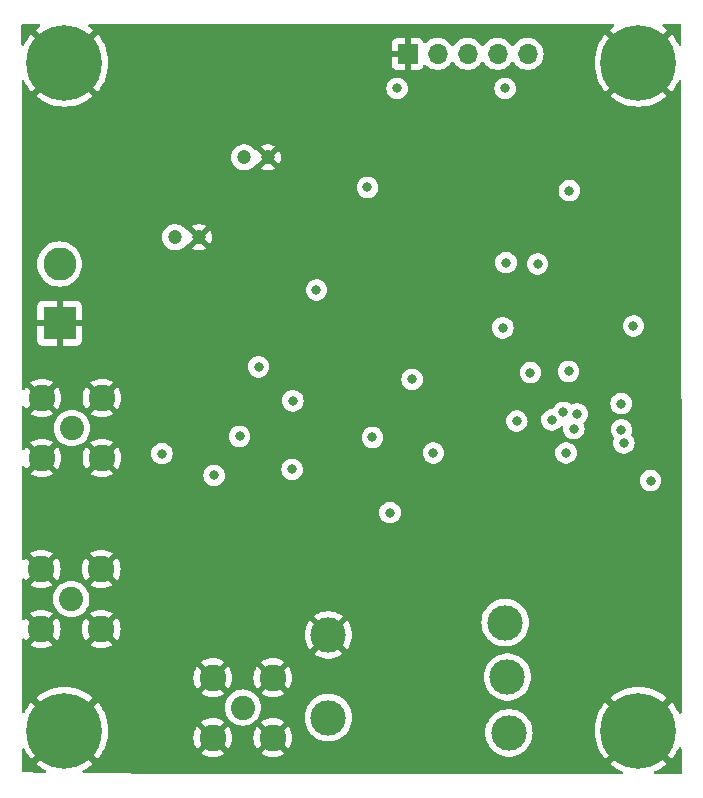
<source format=gbr>
%TF.GenerationSoftware,KiCad,Pcbnew,7.0.2*%
%TF.CreationDate,2023-05-21T11:23:19+02:00*%
%TF.ProjectId,sdrt41-tx,73647274-3431-42d7-9478-2e6b69636164,rev?*%
%TF.SameCoordinates,Original*%
%TF.FileFunction,Copper,L2,Inr*%
%TF.FilePolarity,Positive*%
%FSLAX46Y46*%
G04 Gerber Fmt 4.6, Leading zero omitted, Abs format (unit mm)*
G04 Created by KiCad (PCBNEW 7.0.2) date 2023-05-21 11:23:19*
%MOMM*%
%LPD*%
G01*
G04 APERTURE LIST*
%TA.AperFunction,ComponentPad*%
%ADD10R,2.800000X2.800000*%
%TD*%
%TA.AperFunction,ComponentPad*%
%ADD11C,2.800000*%
%TD*%
%TA.AperFunction,ComponentPad*%
%ADD12C,1.200000*%
%TD*%
%TA.AperFunction,ComponentPad*%
%ADD13C,6.400000*%
%TD*%
%TA.AperFunction,ComponentPad*%
%ADD14C,0.800000*%
%TD*%
%TA.AperFunction,ComponentPad*%
%ADD15C,2.050000*%
%TD*%
%TA.AperFunction,ComponentPad*%
%ADD16C,2.250000*%
%TD*%
%TA.AperFunction,ComponentPad*%
%ADD17R,1.700000X1.700000*%
%TD*%
%TA.AperFunction,ComponentPad*%
%ADD18O,1.700000X1.700000*%
%TD*%
%TA.AperFunction,ComponentPad*%
%ADD19C,3.000000*%
%TD*%
%TA.AperFunction,ViaPad*%
%ADD20C,0.800000*%
%TD*%
G04 APERTURE END LIST*
D10*
%TO.N,GND*%
%TO.C,J1*%
X83190400Y-81849600D03*
D11*
%TO.N,Net-(J1-Pin_2)*%
X83190400Y-76849600D03*
%TD*%
D12*
%TO.N,Net-(J1-Pin_2)*%
%TO.C,C4*%
X92980000Y-74574400D03*
%TO.N,GND*%
X94980000Y-74574400D03*
%TD*%
D13*
%TO.N,GND*%
%TO.C,H1*%
X83600000Y-116350000D03*
D14*
X81902944Y-114652944D03*
X83600000Y-118750000D03*
X81200000Y-116350000D03*
X86000000Y-116350000D03*
X83600000Y-113950000D03*
X85297056Y-118047056D03*
X85297056Y-114652944D03*
X81902944Y-118047056D03*
%TD*%
%TO.N,GND*%
%TO.C,H4*%
X81902944Y-58119944D03*
X83600000Y-57417000D03*
X85297056Y-58119944D03*
X83600000Y-62217000D03*
X81200000Y-59817000D03*
X81902944Y-61514056D03*
X86000000Y-59817000D03*
X85297056Y-61514056D03*
D13*
X83600000Y-59817000D03*
%TD*%
D15*
%TO.N,Net-(J2-In)*%
%TO.C,J2*%
X84226400Y-90728800D03*
D16*
%TO.N,GND*%
X81686400Y-88188800D03*
X86766400Y-93268800D03*
X81686400Y-93268800D03*
X86766400Y-88188800D03*
%TD*%
D17*
%TO.N,GND*%
%TO.C,J4*%
X112649000Y-59055000D03*
D18*
%TO.N,SDA*%
X115189000Y-59055000D03*
%TO.N,SCL*%
X117729000Y-59055000D03*
%TO.N,unconnected-(J4-Pin_4-Pad4)*%
X120269000Y-59055000D03*
%TO.N,+5V*%
X122809000Y-59055000D03*
%TD*%
D15*
%TO.N,Net-(J5-In)*%
%TO.C,J5*%
X98700000Y-114400000D03*
D16*
%TO.N,GND*%
X101240000Y-116940000D03*
X96160000Y-116940000D03*
X96160000Y-111860000D03*
X101240000Y-111860000D03*
%TD*%
D15*
%TO.N,Net-(J3-In)*%
%TO.C,J3*%
X84175600Y-105206800D03*
D16*
%TO.N,GND*%
X81635600Y-102666800D03*
X86715600Y-107746800D03*
X81635600Y-107746800D03*
X86715600Y-102666800D03*
%TD*%
D13*
%TO.N,GND*%
%TO.C,H2*%
X132200000Y-59817000D03*
D14*
X129800000Y-59817000D03*
X130502944Y-61514056D03*
X132200000Y-57417000D03*
X130502944Y-58119944D03*
X132200000Y-62217000D03*
X134600000Y-59817000D03*
X133897056Y-61514056D03*
X133897056Y-58119944D03*
%TD*%
%TO.N,GND*%
%TO.C,H3*%
X132200000Y-118750000D03*
X129800000Y-116350000D03*
X132200000Y-113950000D03*
X133897056Y-114652944D03*
D13*
X132200000Y-116350000D03*
D14*
X134600000Y-116350000D03*
X133897056Y-118047056D03*
X130502944Y-118047056D03*
X130502944Y-114652944D03*
%TD*%
D19*
%TO.N,GND*%
%TO.C,T1*%
X105947500Y-108250000D03*
%TO.N,Net-(J5-In)*%
X105947500Y-115250000D03*
%TO.N,Net-(T1-SA)*%
X121227500Y-116540000D03*
%TO.N,Net-(T1-SC)*%
X121107500Y-111810000D03*
%TO.N,Net-(T1-SB)*%
X120917500Y-107210000D03*
%TD*%
D12*
%TO.N,+5V*%
%TO.C,C1*%
X98822000Y-67818000D03*
%TO.N,GND*%
X100822000Y-67818000D03*
%TD*%
D20*
%TO.N,+3.3V*%
X120904000Y-61976000D03*
X111760000Y-61976000D03*
%TO.N,+5V*%
X131775200Y-82092800D03*
X113030000Y-86614000D03*
X96266000Y-94742000D03*
%TO.N,GND*%
X134620000Y-101600000D03*
X100330000Y-95250000D03*
X130683000Y-97089000D03*
X106680000Y-85090000D03*
X134620000Y-91440000D03*
X99822000Y-87630000D03*
X93980000Y-107950000D03*
X127000000Y-95250000D03*
X123342400Y-94437200D03*
X129438400Y-104749600D03*
X101600000Y-58420000D03*
X90170000Y-107950000D03*
X101600000Y-73660000D03*
X82550000Y-64770000D03*
X111760000Y-95250000D03*
X104140000Y-73660000D03*
X107518200Y-92862400D03*
X134670800Y-88036400D03*
X99060000Y-73660000D03*
X133223000Y-97089000D03*
X113030000Y-104140000D03*
X91440000Y-116840000D03*
X97790000Y-87630000D03*
X101600000Y-107950000D03*
X109220000Y-104140000D03*
X106172000Y-88392000D03*
X134620000Y-96520000D03*
X134620000Y-81280000D03*
X90170000Y-64770000D03*
X109220000Y-64770000D03*
X134620000Y-68580000D03*
X91440000Y-111760000D03*
X97790000Y-107950000D03*
X114300000Y-76200000D03*
X134620000Y-111760000D03*
X104140000Y-85090000D03*
X126699000Y-68600000D03*
X98298000Y-97536000D03*
X105410000Y-104140000D03*
X109220000Y-76200000D03*
X127482600Y-87821100D03*
X86360000Y-64770000D03*
X114173000Y-84023200D03*
X121492000Y-74696000D03*
X126365000Y-84140000D03*
X107950000Y-95250000D03*
X114300000Y-64770000D03*
X134620000Y-106680000D03*
X116840000Y-104140000D03*
X115570000Y-95250000D03*
X91440000Y-58420000D03*
X134620000Y-76200000D03*
X95250000Y-64770000D03*
X96520000Y-58420000D03*
X124460000Y-95250000D03*
%TO.N,+3.3V*%
X109245000Y-70358000D03*
X126343500Y-70632000D03*
%TO.N,Net-(U3A--)*%
X100037500Y-85550000D03*
X98425000Y-91440000D03*
%TO.N,Net-(C15-Pad1)*%
X91850000Y-92900000D03*
X102870000Y-94234000D03*
%TO.N,Net-(U6-1B4)*%
X123050000Y-86050000D03*
X126060200Y-92837000D03*
X124866400Y-90043000D03*
X104937500Y-79050000D03*
%TO.N,Net-(U6-1B1)*%
X120712500Y-82250000D03*
X126275489Y-85941511D03*
X127025400Y-89535000D03*
%TO.N,Net-(U3A-+)*%
X114833400Y-92837000D03*
X109675000Y-91535000D03*
X102936000Y-88432000D03*
%TO.N,Net-(U6-1B2)*%
X133223000Y-95189000D03*
X130759200Y-90881200D03*
X126720600Y-90779600D03*
%TO.N,Net-(U6-1B3)*%
X111162500Y-97900000D03*
X121894600Y-90144600D03*
X130962400Y-91998800D03*
%TO.N,Net-(U6-S1)*%
X120984000Y-76728000D03*
X125831600Y-89399500D03*
%TO.N,Net-(U6-S0)*%
X130733800Y-88671400D03*
X123651000Y-76855000D03*
%TD*%
%TA.AperFunction,Conductor*%
%TO.N,GND*%
G36*
X81519207Y-56535002D02*
G01*
X81565700Y-56588658D01*
X81575804Y-56658932D01*
X81546310Y-56723512D01*
X81519710Y-56746673D01*
X81420267Y-56811251D01*
X81414938Y-56815123D01*
X81162086Y-57019877D01*
X82079353Y-57937144D01*
X82000489Y-57884449D01*
X81927568Y-57869944D01*
X81878320Y-57869944D01*
X81805399Y-57884449D01*
X81722704Y-57939704D01*
X81667449Y-58022399D01*
X81648046Y-58119944D01*
X81667449Y-58217489D01*
X81720143Y-58296352D01*
X80802877Y-57379086D01*
X80598123Y-57631938D01*
X80594251Y-57637267D01*
X80386169Y-57957686D01*
X80382872Y-57963397D01*
X80209421Y-58303811D01*
X80206738Y-58309838D01*
X80204613Y-58315375D01*
X80161524Y-58371800D01*
X80094769Y-58395972D01*
X80025543Y-58380217D01*
X79975824Y-58329536D01*
X79960985Y-58270297D01*
X79959942Y-56641081D01*
X79979902Y-56572947D01*
X80033527Y-56526420D01*
X80085943Y-56515000D01*
X81451086Y-56515000D01*
X81519207Y-56535002D01*
G37*
%TD.AperFunction*%
%TA.AperFunction,Conductor*%
G36*
X130119207Y-56535002D02*
G01*
X130165700Y-56588658D01*
X130175804Y-56658932D01*
X130146310Y-56723512D01*
X130119710Y-56746673D01*
X130020267Y-56811251D01*
X130014938Y-56815123D01*
X129762086Y-57019877D01*
X130679352Y-57937143D01*
X130600489Y-57884449D01*
X130527568Y-57869944D01*
X130478320Y-57869944D01*
X130405399Y-57884449D01*
X130322704Y-57939704D01*
X130267449Y-58022399D01*
X130248046Y-58119944D01*
X130267449Y-58217489D01*
X130320143Y-58296352D01*
X129402877Y-57379086D01*
X129198123Y-57631938D01*
X129194251Y-57637267D01*
X128986169Y-57957686D01*
X128982872Y-57963397D01*
X128809421Y-58303811D01*
X128806739Y-58309835D01*
X128669829Y-58666501D01*
X128667787Y-58672784D01*
X128568905Y-59041815D01*
X128567534Y-59048265D01*
X128507766Y-59425629D01*
X128507079Y-59432167D01*
X128487084Y-59813699D01*
X128487084Y-59820300D01*
X128507079Y-60201832D01*
X128507766Y-60208370D01*
X128567534Y-60585734D01*
X128568905Y-60592184D01*
X128667787Y-60961215D01*
X128669829Y-60967498D01*
X128806739Y-61324164D01*
X128809421Y-61330188D01*
X128982873Y-61670605D01*
X128986169Y-61676314D01*
X129194248Y-61996727D01*
X129198130Y-62002070D01*
X129402876Y-62254911D01*
X129402877Y-62254912D01*
X130320147Y-61337641D01*
X130267449Y-61416511D01*
X130248046Y-61514056D01*
X130267449Y-61611601D01*
X130322704Y-61694296D01*
X130405399Y-61749551D01*
X130478320Y-61764056D01*
X130527568Y-61764056D01*
X130600489Y-61749551D01*
X130679349Y-61696857D01*
X129762086Y-62614121D01*
X129762087Y-62614122D01*
X130014929Y-62818869D01*
X130020272Y-62822751D01*
X130340685Y-63030830D01*
X130346394Y-63034126D01*
X130686811Y-63207578D01*
X130692835Y-63210260D01*
X131049501Y-63347170D01*
X131055784Y-63349212D01*
X131424815Y-63448094D01*
X131431265Y-63449465D01*
X131808629Y-63509233D01*
X131815167Y-63509920D01*
X132196699Y-63529916D01*
X132203301Y-63529916D01*
X132584832Y-63509920D01*
X132591370Y-63509233D01*
X132968734Y-63449465D01*
X132975184Y-63448094D01*
X133344215Y-63349212D01*
X133350498Y-63347170D01*
X133707164Y-63210260D01*
X133713188Y-63207578D01*
X134053605Y-63034126D01*
X134059314Y-63030830D01*
X134379728Y-62822751D01*
X134385064Y-62818874D01*
X134637912Y-62614121D01*
X133720646Y-61696855D01*
X133799511Y-61749551D01*
X133872432Y-61764056D01*
X133921680Y-61764056D01*
X133994601Y-61749551D01*
X134077296Y-61694296D01*
X134132551Y-61611601D01*
X134151954Y-61514056D01*
X134132551Y-61416511D01*
X134079855Y-61337646D01*
X134997121Y-62254912D01*
X135201874Y-62002064D01*
X135205751Y-61996728D01*
X135413830Y-61676314D01*
X135417126Y-61670605D01*
X135590578Y-61330188D01*
X135593257Y-61324170D01*
X135595926Y-61317216D01*
X135639005Y-61260783D01*
X135705756Y-61236599D01*
X135774985Y-61252342D01*
X135824713Y-61303015D01*
X135839562Y-61362336D01*
X135848614Y-114828200D01*
X135828623Y-114896324D01*
X135774976Y-114942826D01*
X135704703Y-114952942D01*
X135640118Y-114923459D01*
X135604983Y-114873375D01*
X135593260Y-114842835D01*
X135590578Y-114836811D01*
X135417127Y-114496397D01*
X135413830Y-114490686D01*
X135205753Y-114170275D01*
X135201865Y-114164924D01*
X134997122Y-113912087D01*
X134997121Y-113912086D01*
X134079858Y-114829348D01*
X134132551Y-114750489D01*
X134151954Y-114652944D01*
X134132551Y-114555399D01*
X134077296Y-114472704D01*
X133994601Y-114417449D01*
X133921680Y-114402944D01*
X133872432Y-114402944D01*
X133799511Y-114417449D01*
X133720641Y-114470147D01*
X134637912Y-113552877D01*
X134637911Y-113552876D01*
X134385070Y-113348130D01*
X134379727Y-113344248D01*
X134059314Y-113136169D01*
X134053605Y-113132873D01*
X133713188Y-112959421D01*
X133707164Y-112956739D01*
X133350498Y-112819829D01*
X133344215Y-112817787D01*
X132975184Y-112718905D01*
X132968734Y-112717534D01*
X132591370Y-112657766D01*
X132584832Y-112657079D01*
X132203301Y-112637084D01*
X132196699Y-112637084D01*
X131815167Y-112657079D01*
X131808629Y-112657766D01*
X131431265Y-112717534D01*
X131424815Y-112718905D01*
X131055784Y-112817787D01*
X131049501Y-112819829D01*
X130692835Y-112956739D01*
X130686811Y-112959421D01*
X130346397Y-113132872D01*
X130340686Y-113136169D01*
X130020267Y-113344251D01*
X130014938Y-113348123D01*
X129762086Y-113552877D01*
X130679352Y-114470143D01*
X130600489Y-114417449D01*
X130527568Y-114402944D01*
X130478320Y-114402944D01*
X130405399Y-114417449D01*
X130322704Y-114472704D01*
X130267449Y-114555399D01*
X130248046Y-114652944D01*
X130267449Y-114750489D01*
X130320144Y-114829353D01*
X129402877Y-113912086D01*
X129198123Y-114164938D01*
X129194251Y-114170267D01*
X128986169Y-114490686D01*
X128982872Y-114496397D01*
X128809421Y-114836811D01*
X128806739Y-114842835D01*
X128669829Y-115199501D01*
X128667787Y-115205784D01*
X128568905Y-115574815D01*
X128567534Y-115581265D01*
X128507766Y-115958629D01*
X128507079Y-115965167D01*
X128487084Y-116346699D01*
X128487084Y-116353300D01*
X128507079Y-116734832D01*
X128507766Y-116741370D01*
X128567534Y-117118734D01*
X128568905Y-117125184D01*
X128667787Y-117494215D01*
X128669829Y-117500498D01*
X128806739Y-117857164D01*
X128809421Y-117863188D01*
X128982873Y-118203605D01*
X128986169Y-118209314D01*
X129194248Y-118529727D01*
X129198130Y-118535070D01*
X129402876Y-118787911D01*
X129402877Y-118787912D01*
X130320147Y-117870641D01*
X130267449Y-117949511D01*
X130248046Y-118047056D01*
X130267449Y-118144601D01*
X130322704Y-118227296D01*
X130405399Y-118282551D01*
X130478320Y-118297056D01*
X130527568Y-118297056D01*
X130600489Y-118282551D01*
X130679349Y-118229857D01*
X129762086Y-119147121D01*
X129762087Y-119147122D01*
X130014929Y-119351869D01*
X130020272Y-119355751D01*
X130340685Y-119563830D01*
X130346394Y-119567126D01*
X130686811Y-119740578D01*
X130692835Y-119743260D01*
X130844154Y-119801345D01*
X130900582Y-119844430D01*
X130924759Y-119911184D01*
X130909008Y-119980411D01*
X130858330Y-120030133D01*
X130798887Y-120044976D01*
X93257633Y-120011368D01*
X85246434Y-119939518D01*
X85178495Y-119918906D01*
X85132486Y-119864835D01*
X85123012Y-119794473D01*
X85153083Y-119730160D01*
X85190361Y-119701256D01*
X85453606Y-119567126D01*
X85459314Y-119563830D01*
X85779728Y-119355751D01*
X85785064Y-119351874D01*
X86037912Y-119147121D01*
X85120646Y-118229855D01*
X85199511Y-118282551D01*
X85272432Y-118297056D01*
X85321680Y-118297056D01*
X85394601Y-118282551D01*
X85477296Y-118227296D01*
X85532551Y-118144601D01*
X85551954Y-118047056D01*
X85532551Y-117949511D01*
X85479855Y-117870646D01*
X86397121Y-118787912D01*
X86601874Y-118535064D01*
X86605751Y-118529728D01*
X86813830Y-118209314D01*
X86817126Y-118203605D01*
X86990578Y-117863188D01*
X86993260Y-117857164D01*
X87130170Y-117500498D01*
X87132212Y-117494215D01*
X87231094Y-117125184D01*
X87232465Y-117118734D01*
X87260774Y-116939999D01*
X94521950Y-116939999D01*
X94542117Y-117196247D01*
X94602122Y-117446186D01*
X94700486Y-117683657D01*
X94834792Y-117902825D01*
X94836253Y-117904536D01*
X95406806Y-117333982D01*
X95452316Y-117419822D01*
X95572009Y-117560735D01*
X95719195Y-117672623D01*
X95765268Y-117693939D01*
X95195462Y-118263745D01*
X95195462Y-118263746D01*
X95197176Y-118265208D01*
X95416342Y-118399513D01*
X95653813Y-118497877D01*
X95903752Y-118557882D01*
X96160000Y-118578049D01*
X96416247Y-118557882D01*
X96666186Y-118497877D01*
X96903657Y-118399513D01*
X97122824Y-118265208D01*
X97124535Y-118263746D01*
X97124536Y-118263745D01*
X96555077Y-117694286D01*
X96677431Y-117620669D01*
X96811658Y-117493523D01*
X96915413Y-117340495D01*
X96916635Y-117337426D01*
X97483744Y-117904536D01*
X97483746Y-117904535D01*
X97485208Y-117902824D01*
X97619513Y-117683657D01*
X97717877Y-117446186D01*
X97777882Y-117196247D01*
X97798049Y-116940000D01*
X99601950Y-116940000D01*
X99622117Y-117196247D01*
X99682122Y-117446186D01*
X99780486Y-117683657D01*
X99914792Y-117902825D01*
X99916253Y-117904536D01*
X100486806Y-117333982D01*
X100532316Y-117419822D01*
X100652009Y-117560735D01*
X100799195Y-117672623D01*
X100845268Y-117693939D01*
X100275462Y-118263745D01*
X100275462Y-118263746D01*
X100277176Y-118265208D01*
X100496342Y-118399513D01*
X100733813Y-118497877D01*
X100983752Y-118557882D01*
X101239999Y-118578049D01*
X101496247Y-118557882D01*
X101746186Y-118497877D01*
X101983657Y-118399513D01*
X102202824Y-118265208D01*
X102204535Y-118263746D01*
X102204536Y-118263745D01*
X101635077Y-117694286D01*
X101757431Y-117620669D01*
X101891658Y-117493523D01*
X101995413Y-117340495D01*
X101996635Y-117337426D01*
X102563745Y-117904536D01*
X102563746Y-117904535D01*
X102565208Y-117902824D01*
X102699513Y-117683657D01*
X102797877Y-117446186D01*
X102857882Y-117196247D01*
X102878049Y-116939999D01*
X102857882Y-116683752D01*
X102797877Y-116433813D01*
X102699513Y-116196342D01*
X102565208Y-115977176D01*
X102563745Y-115975462D01*
X101993192Y-116546015D01*
X101947684Y-116460178D01*
X101827991Y-116319265D01*
X101680805Y-116207377D01*
X101634729Y-116186060D01*
X102204536Y-115616253D01*
X102202825Y-115614792D01*
X101983657Y-115480486D01*
X101746186Y-115382122D01*
X101496247Y-115322117D01*
X101240000Y-115301950D01*
X100983752Y-115322117D01*
X100733813Y-115382122D01*
X100496342Y-115480486D01*
X100277174Y-115614792D01*
X100275462Y-115616253D01*
X100844922Y-116185713D01*
X100722569Y-116259331D01*
X100588342Y-116386477D01*
X100484587Y-116539505D01*
X100483364Y-116542573D01*
X99916253Y-115975462D01*
X99914792Y-115977174D01*
X99780486Y-116196342D01*
X99682122Y-116433813D01*
X99622117Y-116683752D01*
X99601950Y-116940000D01*
X97798049Y-116940000D01*
X97777882Y-116683752D01*
X97717877Y-116433813D01*
X97619513Y-116196342D01*
X97485208Y-115977176D01*
X97483745Y-115975462D01*
X96913191Y-116546015D01*
X96867684Y-116460178D01*
X96747991Y-116319265D01*
X96600805Y-116207377D01*
X96554729Y-116186060D01*
X97124536Y-115616253D01*
X97122825Y-115614792D01*
X96903657Y-115480486D01*
X96666186Y-115382122D01*
X96416247Y-115322117D01*
X96159999Y-115301950D01*
X95903752Y-115322117D01*
X95653813Y-115382122D01*
X95416342Y-115480486D01*
X95197174Y-115614792D01*
X95195462Y-115616253D01*
X95764921Y-116185713D01*
X95642569Y-116259331D01*
X95508342Y-116386477D01*
X95404587Y-116539505D01*
X95403364Y-116542573D01*
X94836253Y-115975462D01*
X94834792Y-115977174D01*
X94700486Y-116196342D01*
X94602122Y-116433813D01*
X94542117Y-116683752D01*
X94521950Y-116939999D01*
X87260774Y-116939999D01*
X87292233Y-116741370D01*
X87292920Y-116734832D01*
X87312916Y-116353300D01*
X87312916Y-116346699D01*
X87292920Y-115965167D01*
X87292233Y-115958629D01*
X87232465Y-115581265D01*
X87231094Y-115574815D01*
X87132212Y-115205784D01*
X87130170Y-115199501D01*
X86993260Y-114842835D01*
X86990578Y-114836811D01*
X86817127Y-114496397D01*
X86813830Y-114490686D01*
X86754938Y-114400000D01*
X97161758Y-114400000D01*
X97180696Y-114640634D01*
X97237045Y-114875344D01*
X97310040Y-115051570D01*
X97329416Y-115098347D01*
X97455536Y-115304156D01*
X97612299Y-115487701D01*
X97795844Y-115644464D01*
X98001653Y-115770584D01*
X98224657Y-115862955D01*
X98459366Y-115919304D01*
X98700000Y-115938242D01*
X98940634Y-115919304D01*
X99175343Y-115862955D01*
X99398347Y-115770584D01*
X99604156Y-115644464D01*
X99787701Y-115487701D01*
X99944464Y-115304156D01*
X99977651Y-115250000D01*
X103934307Y-115250000D01*
X103934601Y-115254298D01*
X103950072Y-115480486D01*
X103953058Y-115524130D01*
X103953931Y-115528331D01*
X103953932Y-115528338D01*
X103978063Y-115644462D01*
X104008962Y-115793153D01*
X104010399Y-115797196D01*
X104010402Y-115797207D01*
X104099537Y-116048008D01*
X104099540Y-116048015D01*
X104100977Y-116052058D01*
X104102951Y-116055869D01*
X104102953Y-116055872D01*
X104225406Y-116292197D01*
X104225409Y-116292202D01*
X104227389Y-116296023D01*
X104385843Y-116520502D01*
X104573389Y-116721314D01*
X104786531Y-116894718D01*
X105021300Y-117037484D01*
X105273323Y-117146953D01*
X105537904Y-117221085D01*
X105810115Y-117258500D01*
X105814420Y-117258500D01*
X106080580Y-117258500D01*
X106084885Y-117258500D01*
X106357096Y-117221085D01*
X106621677Y-117146953D01*
X106873700Y-117037484D01*
X107108469Y-116894718D01*
X107321611Y-116721314D01*
X107490947Y-116540000D01*
X119214307Y-116540000D01*
X119214601Y-116544298D01*
X119226021Y-116711260D01*
X119233058Y-116814130D01*
X119233931Y-116818331D01*
X119233932Y-116818338D01*
X119259214Y-116939998D01*
X119288962Y-117083153D01*
X119290399Y-117087196D01*
X119290402Y-117087207D01*
X119379537Y-117338008D01*
X119379540Y-117338015D01*
X119380977Y-117342058D01*
X119382951Y-117345869D01*
X119382953Y-117345872D01*
X119505406Y-117582197D01*
X119505409Y-117582202D01*
X119507389Y-117586023D01*
X119665843Y-117810502D01*
X119853389Y-118011314D01*
X120066531Y-118184718D01*
X120301300Y-118327484D01*
X120553323Y-118436953D01*
X120817904Y-118511085D01*
X121090115Y-118548500D01*
X121094420Y-118548500D01*
X121360580Y-118548500D01*
X121364885Y-118548500D01*
X121637096Y-118511085D01*
X121901677Y-118436953D01*
X122153700Y-118327484D01*
X122388469Y-118184718D01*
X122601611Y-118011314D01*
X122789157Y-117810502D01*
X122947611Y-117586023D01*
X123074023Y-117342058D01*
X123166038Y-117083153D01*
X123221942Y-116814130D01*
X123240693Y-116540000D01*
X123221942Y-116265870D01*
X123166038Y-115996847D01*
X123145209Y-115938241D01*
X123075462Y-115741991D01*
X123074023Y-115737942D01*
X122947611Y-115493977D01*
X122789157Y-115269498D01*
X122601611Y-115068686D01*
X122487525Y-114975870D01*
X122391804Y-114897995D01*
X122391801Y-114897993D01*
X122388469Y-114895282D01*
X122153700Y-114752516D01*
X122149759Y-114750804D01*
X122149753Y-114750801D01*
X121905612Y-114644756D01*
X121905609Y-114644755D01*
X121901677Y-114643047D01*
X121897552Y-114641891D01*
X121897543Y-114641888D01*
X121641242Y-114570076D01*
X121641232Y-114570074D01*
X121637096Y-114568915D01*
X121632835Y-114568329D01*
X121632824Y-114568327D01*
X121369153Y-114532086D01*
X121369143Y-114532085D01*
X121364885Y-114531500D01*
X121090115Y-114531500D01*
X121085857Y-114532085D01*
X121085846Y-114532086D01*
X120822175Y-114568327D01*
X120822161Y-114568329D01*
X120817904Y-114568915D01*
X120813769Y-114570073D01*
X120813757Y-114570076D01*
X120557456Y-114641888D01*
X120557442Y-114641892D01*
X120553323Y-114643047D01*
X120549395Y-114644753D01*
X120549387Y-114644756D01*
X120305246Y-114750801D01*
X120305233Y-114750807D01*
X120301300Y-114752516D01*
X120297629Y-114754748D01*
X120297622Y-114754752D01*
X120070204Y-114893048D01*
X120070199Y-114893050D01*
X120066531Y-114895282D01*
X120063204Y-114897988D01*
X120063195Y-114897995D01*
X119856725Y-115065971D01*
X119856717Y-115065978D01*
X119853389Y-115068686D01*
X119850457Y-115071824D01*
X119850452Y-115071830D01*
X119668782Y-115266350D01*
X119668774Y-115266358D01*
X119665843Y-115269498D01*
X119663363Y-115273010D01*
X119663360Y-115273015D01*
X119509875Y-115490454D01*
X119509870Y-115490462D01*
X119507389Y-115493977D01*
X119505413Y-115497790D01*
X119505406Y-115497802D01*
X119382953Y-115734127D01*
X119382949Y-115734136D01*
X119380977Y-115737942D01*
X119379542Y-115741978D01*
X119379537Y-115741991D01*
X119290402Y-115992792D01*
X119290397Y-115992807D01*
X119288962Y-115996847D01*
X119288087Y-116001054D01*
X119288087Y-116001057D01*
X119233932Y-116261661D01*
X119233930Y-116261670D01*
X119233058Y-116265870D01*
X119232764Y-116270157D01*
X119232764Y-116270163D01*
X119224808Y-116386477D01*
X119214307Y-116540000D01*
X107490947Y-116540000D01*
X107509157Y-116520502D01*
X107667611Y-116296023D01*
X107794023Y-116052058D01*
X107886038Y-115793153D01*
X107941942Y-115524130D01*
X107960693Y-115250000D01*
X107941942Y-114975870D01*
X107886038Y-114706847D01*
X107863363Y-114643047D01*
X107795462Y-114451991D01*
X107794023Y-114447942D01*
X107667611Y-114203977D01*
X107509157Y-113979498D01*
X107321611Y-113778686D01*
X107318274Y-113775971D01*
X107111804Y-113607995D01*
X107111801Y-113607993D01*
X107108469Y-113605282D01*
X106873700Y-113462516D01*
X106869759Y-113460804D01*
X106869753Y-113460801D01*
X106625612Y-113354756D01*
X106625609Y-113354755D01*
X106621677Y-113353047D01*
X106617552Y-113351891D01*
X106617543Y-113351888D01*
X106361242Y-113280076D01*
X106361232Y-113280074D01*
X106357096Y-113278915D01*
X106352835Y-113278329D01*
X106352824Y-113278327D01*
X106089153Y-113242086D01*
X106089143Y-113242085D01*
X106084885Y-113241500D01*
X105810115Y-113241500D01*
X105805857Y-113242085D01*
X105805846Y-113242086D01*
X105542175Y-113278327D01*
X105542161Y-113278329D01*
X105537904Y-113278915D01*
X105533769Y-113280073D01*
X105533757Y-113280076D01*
X105277456Y-113351888D01*
X105277442Y-113351892D01*
X105273323Y-113353047D01*
X105269395Y-113354753D01*
X105269387Y-113354756D01*
X105025246Y-113460801D01*
X105025233Y-113460807D01*
X105021300Y-113462516D01*
X105017629Y-113464748D01*
X105017622Y-113464752D01*
X104790204Y-113603048D01*
X104790199Y-113603050D01*
X104786531Y-113605282D01*
X104783204Y-113607988D01*
X104783195Y-113607995D01*
X104576725Y-113775971D01*
X104576717Y-113775978D01*
X104573389Y-113778686D01*
X104570457Y-113781824D01*
X104570452Y-113781830D01*
X104388782Y-113976350D01*
X104388774Y-113976358D01*
X104385843Y-113979498D01*
X104383363Y-113983010D01*
X104383360Y-113983015D01*
X104229875Y-114200454D01*
X104229870Y-114200462D01*
X104227389Y-114203977D01*
X104225413Y-114207790D01*
X104225406Y-114207802D01*
X104102953Y-114444127D01*
X104102949Y-114444136D01*
X104100977Y-114447942D01*
X104099542Y-114451978D01*
X104099537Y-114451991D01*
X104010402Y-114702792D01*
X104010397Y-114702807D01*
X104008962Y-114706847D01*
X104008087Y-114711054D01*
X104008087Y-114711057D01*
X103953932Y-114971661D01*
X103953930Y-114971670D01*
X103953058Y-114975870D01*
X103934307Y-115250000D01*
X99977651Y-115250000D01*
X100070584Y-115098347D01*
X100162955Y-114875343D01*
X100219304Y-114640634D01*
X100238242Y-114400000D01*
X100219304Y-114159366D01*
X100162955Y-113924657D01*
X100070584Y-113701653D01*
X99944464Y-113495844D01*
X99787701Y-113312299D01*
X99604156Y-113155536D01*
X99398347Y-113029416D01*
X99229364Y-112959421D01*
X99175344Y-112937045D01*
X98940634Y-112880696D01*
X98700000Y-112861758D01*
X98459365Y-112880696D01*
X98224655Y-112937045D01*
X98001654Y-113029415D01*
X97924029Y-113076984D01*
X97795844Y-113155536D01*
X97612299Y-113312299D01*
X97522127Y-113417877D01*
X97455537Y-113495843D01*
X97329415Y-113701654D01*
X97237045Y-113924655D01*
X97180696Y-114159365D01*
X97161758Y-114400000D01*
X86754938Y-114400000D01*
X86605753Y-114170275D01*
X86601865Y-114164924D01*
X86397122Y-113912087D01*
X86397121Y-113912086D01*
X85479858Y-114829348D01*
X85532551Y-114750489D01*
X85551954Y-114652944D01*
X85532551Y-114555399D01*
X85477296Y-114472704D01*
X85394601Y-114417449D01*
X85321680Y-114402944D01*
X85272432Y-114402944D01*
X85199511Y-114417449D01*
X85120642Y-114470147D01*
X86037912Y-113552877D01*
X86037911Y-113552876D01*
X85785070Y-113348130D01*
X85779727Y-113344248D01*
X85459314Y-113136169D01*
X85453605Y-113132873D01*
X85113188Y-112959421D01*
X85107164Y-112956739D01*
X84750498Y-112819829D01*
X84744215Y-112817787D01*
X84375184Y-112718905D01*
X84368734Y-112717534D01*
X83991370Y-112657766D01*
X83984832Y-112657079D01*
X83603301Y-112637084D01*
X83596699Y-112637084D01*
X83215167Y-112657079D01*
X83208629Y-112657766D01*
X82831265Y-112717534D01*
X82824815Y-112718905D01*
X82455784Y-112817787D01*
X82449501Y-112819829D01*
X82092835Y-112956739D01*
X82086811Y-112959421D01*
X81746397Y-113132872D01*
X81740686Y-113136169D01*
X81420267Y-113344251D01*
X81414938Y-113348123D01*
X81162086Y-113552877D01*
X82079353Y-114470144D01*
X82000489Y-114417449D01*
X81927568Y-114402944D01*
X81878320Y-114402944D01*
X81805399Y-114417449D01*
X81722704Y-114472704D01*
X81667449Y-114555399D01*
X81648046Y-114652944D01*
X81667449Y-114750489D01*
X81720144Y-114829353D01*
X80802877Y-113912086D01*
X80598123Y-114164938D01*
X80594251Y-114170267D01*
X80386169Y-114490686D01*
X80382872Y-114496397D01*
X80235391Y-114785842D01*
X80186642Y-114837457D01*
X80117727Y-114854523D01*
X80050526Y-114831622D01*
X80006374Y-114776024D01*
X79997125Y-114728725D01*
X79995289Y-111859999D01*
X94521950Y-111859999D01*
X94542117Y-112116247D01*
X94602122Y-112366186D01*
X94700486Y-112603657D01*
X94834792Y-112822825D01*
X94836253Y-112824536D01*
X95406806Y-112253982D01*
X95452316Y-112339822D01*
X95572009Y-112480735D01*
X95719195Y-112592623D01*
X95765268Y-112613939D01*
X95195462Y-113183745D01*
X95195462Y-113183746D01*
X95197176Y-113185208D01*
X95416342Y-113319513D01*
X95653813Y-113417877D01*
X95903752Y-113477882D01*
X96160000Y-113498049D01*
X96416247Y-113477882D01*
X96666186Y-113417877D01*
X96903657Y-113319513D01*
X97122824Y-113185208D01*
X97124535Y-113183746D01*
X97124536Y-113183745D01*
X96555077Y-112614286D01*
X96677431Y-112540669D01*
X96811658Y-112413523D01*
X96915413Y-112260495D01*
X96916635Y-112257426D01*
X97483745Y-112824536D01*
X97483746Y-112824535D01*
X97485208Y-112822824D01*
X97619513Y-112603657D01*
X97717877Y-112366186D01*
X97777882Y-112116247D01*
X97798049Y-111860000D01*
X99601950Y-111860000D01*
X99622117Y-112116247D01*
X99682122Y-112366186D01*
X99780486Y-112603657D01*
X99914792Y-112822825D01*
X99916253Y-112824536D01*
X100486806Y-112253982D01*
X100532316Y-112339822D01*
X100652009Y-112480735D01*
X100799195Y-112592623D01*
X100845268Y-112613939D01*
X100275462Y-113183745D01*
X100275462Y-113183746D01*
X100277176Y-113185208D01*
X100496342Y-113319513D01*
X100733813Y-113417877D01*
X100983752Y-113477882D01*
X101239999Y-113498049D01*
X101496247Y-113477882D01*
X101746186Y-113417877D01*
X101983657Y-113319513D01*
X102202824Y-113185208D01*
X102204535Y-113183746D01*
X102204536Y-113183745D01*
X101635077Y-112614286D01*
X101757431Y-112540669D01*
X101891658Y-112413523D01*
X101995413Y-112260495D01*
X101996635Y-112257426D01*
X102563745Y-112824536D01*
X102563746Y-112824535D01*
X102565208Y-112822824D01*
X102699513Y-112603657D01*
X102797877Y-112366186D01*
X102857882Y-112116247D01*
X102878049Y-111859999D01*
X102874114Y-111810000D01*
X119094307Y-111810000D01*
X119113058Y-112084130D01*
X119168962Y-112353153D01*
X119170399Y-112357196D01*
X119170402Y-112357207D01*
X119259537Y-112608008D01*
X119259540Y-112608015D01*
X119260977Y-112612058D01*
X119262951Y-112615869D01*
X119262953Y-112615872D01*
X119385406Y-112852197D01*
X119385409Y-112852202D01*
X119387389Y-112856023D01*
X119545843Y-113080502D01*
X119733389Y-113281314D01*
X119946531Y-113454718D01*
X120181300Y-113597484D01*
X120433323Y-113706953D01*
X120697904Y-113781085D01*
X120970115Y-113818500D01*
X120974420Y-113818500D01*
X121240580Y-113818500D01*
X121244885Y-113818500D01*
X121517096Y-113781085D01*
X121781677Y-113706953D01*
X122033700Y-113597484D01*
X122268469Y-113454718D01*
X122481611Y-113281314D01*
X122669157Y-113080502D01*
X122827611Y-112856023D01*
X122954023Y-112612058D01*
X123046038Y-112353153D01*
X123101942Y-112084130D01*
X123120693Y-111810000D01*
X123101942Y-111535870D01*
X123046038Y-111266847D01*
X122954023Y-111007942D01*
X122827611Y-110763977D01*
X122669157Y-110539498D01*
X122481611Y-110338686D01*
X122362912Y-110242117D01*
X122271804Y-110167995D01*
X122271801Y-110167993D01*
X122268469Y-110165282D01*
X122060402Y-110038754D01*
X122037377Y-110024752D01*
X122037376Y-110024751D01*
X122033700Y-110022516D01*
X122029759Y-110020804D01*
X122029753Y-110020801D01*
X121785612Y-109914756D01*
X121785609Y-109914755D01*
X121781677Y-109913047D01*
X121777552Y-109911891D01*
X121777543Y-109911888D01*
X121521242Y-109840076D01*
X121521232Y-109840074D01*
X121517096Y-109838915D01*
X121512835Y-109838329D01*
X121512824Y-109838327D01*
X121249153Y-109802086D01*
X121249143Y-109802085D01*
X121244885Y-109801500D01*
X120970115Y-109801500D01*
X120965857Y-109802085D01*
X120965846Y-109802086D01*
X120702175Y-109838327D01*
X120702161Y-109838329D01*
X120697904Y-109838915D01*
X120693769Y-109840073D01*
X120693757Y-109840076D01*
X120437456Y-109911888D01*
X120437442Y-109911892D01*
X120433323Y-109913047D01*
X120429395Y-109914753D01*
X120429387Y-109914756D01*
X120185246Y-110020801D01*
X120185233Y-110020807D01*
X120181300Y-110022516D01*
X120177629Y-110024748D01*
X120177622Y-110024752D01*
X119950204Y-110163048D01*
X119950199Y-110163050D01*
X119946531Y-110165282D01*
X119943204Y-110167988D01*
X119943195Y-110167995D01*
X119736725Y-110335971D01*
X119736717Y-110335978D01*
X119733389Y-110338686D01*
X119730457Y-110341824D01*
X119730452Y-110341830D01*
X119548782Y-110536350D01*
X119548774Y-110536358D01*
X119545843Y-110539498D01*
X119543363Y-110543010D01*
X119543360Y-110543015D01*
X119389875Y-110760454D01*
X119389870Y-110760462D01*
X119387389Y-110763977D01*
X119385413Y-110767790D01*
X119385406Y-110767802D01*
X119262953Y-111004127D01*
X119262949Y-111004136D01*
X119260977Y-111007942D01*
X119259542Y-111011978D01*
X119259537Y-111011991D01*
X119170402Y-111262792D01*
X119170397Y-111262807D01*
X119168962Y-111266847D01*
X119168087Y-111271054D01*
X119168087Y-111271057D01*
X119113932Y-111531661D01*
X119113930Y-111531670D01*
X119113058Y-111535870D01*
X119112764Y-111540157D01*
X119112764Y-111540163D01*
X119106533Y-111631260D01*
X119094307Y-111810000D01*
X102874114Y-111810000D01*
X102857882Y-111603752D01*
X102797877Y-111353813D01*
X102699513Y-111116342D01*
X102565208Y-110897176D01*
X102563745Y-110895462D01*
X101993191Y-111466015D01*
X101947684Y-111380178D01*
X101827991Y-111239265D01*
X101680805Y-111127377D01*
X101634729Y-111106060D01*
X102204536Y-110536253D01*
X102202825Y-110534792D01*
X101983657Y-110400486D01*
X101746186Y-110302122D01*
X101496247Y-110242117D01*
X101239999Y-110221950D01*
X100983752Y-110242117D01*
X100733813Y-110302122D01*
X100496342Y-110400486D01*
X100277174Y-110534792D01*
X100275462Y-110536253D01*
X100844922Y-111105713D01*
X100722569Y-111179331D01*
X100588342Y-111306477D01*
X100484587Y-111459505D01*
X100483364Y-111462572D01*
X99916253Y-110895462D01*
X99914792Y-110897174D01*
X99780486Y-111116342D01*
X99682122Y-111353813D01*
X99622117Y-111603752D01*
X99601950Y-111860000D01*
X97798049Y-111860000D01*
X97777882Y-111603752D01*
X97717877Y-111353813D01*
X97619513Y-111116342D01*
X97485208Y-110897176D01*
X97483745Y-110895462D01*
X96913192Y-111466015D01*
X96867684Y-111380178D01*
X96747991Y-111239265D01*
X96600805Y-111127377D01*
X96554729Y-111106060D01*
X97124536Y-110536253D01*
X97122825Y-110534792D01*
X96903657Y-110400486D01*
X96666186Y-110302122D01*
X96416247Y-110242117D01*
X96159999Y-110221950D01*
X95903752Y-110242117D01*
X95653813Y-110302122D01*
X95416342Y-110400486D01*
X95197174Y-110534792D01*
X95195462Y-110536253D01*
X95764922Y-111105713D01*
X95642569Y-111179331D01*
X95508342Y-111306477D01*
X95404587Y-111459505D01*
X95403364Y-111462573D01*
X94836253Y-110895462D01*
X94834792Y-110897174D01*
X94700486Y-111116342D01*
X94602122Y-111353813D01*
X94542117Y-111603752D01*
X94521950Y-111859999D01*
X79995289Y-111859999D01*
X79993227Y-108638897D01*
X80013184Y-108570767D01*
X80066810Y-108524240D01*
X80137078Y-108514091D01*
X80201677Y-108543543D01*
X80226659Y-108572985D01*
X80310392Y-108709625D01*
X80311853Y-108711336D01*
X80882406Y-108140782D01*
X80927916Y-108226622D01*
X81047609Y-108367535D01*
X81194795Y-108479423D01*
X81240868Y-108500739D01*
X80671062Y-109070545D01*
X80671062Y-109070546D01*
X80672776Y-109072008D01*
X80891942Y-109206313D01*
X81129413Y-109304677D01*
X81379352Y-109364682D01*
X81635600Y-109384849D01*
X81891847Y-109364682D01*
X82141786Y-109304677D01*
X82379257Y-109206313D01*
X82598424Y-109072008D01*
X82600135Y-109070546D01*
X82600136Y-109070545D01*
X82030677Y-108501086D01*
X82153031Y-108427469D01*
X82287258Y-108300323D01*
X82391013Y-108147295D01*
X82392235Y-108144226D01*
X82959344Y-108711336D01*
X82959346Y-108711335D01*
X82960808Y-108709624D01*
X83095113Y-108490457D01*
X83193477Y-108252986D01*
X83253482Y-108003047D01*
X83273649Y-107746800D01*
X85077550Y-107746800D01*
X85097717Y-108003047D01*
X85157722Y-108252986D01*
X85256086Y-108490457D01*
X85390392Y-108709625D01*
X85391853Y-108711336D01*
X85962406Y-108140782D01*
X86007916Y-108226622D01*
X86127609Y-108367535D01*
X86274795Y-108479423D01*
X86320868Y-108500739D01*
X85751062Y-109070545D01*
X85751062Y-109070546D01*
X85752776Y-109072008D01*
X85971942Y-109206313D01*
X86209413Y-109304677D01*
X86459352Y-109364682D01*
X86715600Y-109384849D01*
X86971847Y-109364682D01*
X87221786Y-109304677D01*
X87459257Y-109206313D01*
X87678424Y-109072008D01*
X87680135Y-109070546D01*
X87680136Y-109070545D01*
X87110677Y-108501086D01*
X87233031Y-108427469D01*
X87367258Y-108300323D01*
X87471013Y-108147295D01*
X87472235Y-108144226D01*
X88039345Y-108711336D01*
X88039346Y-108711335D01*
X88040808Y-108709624D01*
X88175113Y-108490457D01*
X88272934Y-108254298D01*
X103935102Y-108254298D01*
X103953260Y-108519769D01*
X103954428Y-108528268D01*
X104008569Y-108788807D01*
X104010884Y-108797072D01*
X104099995Y-109047806D01*
X104103417Y-109055682D01*
X104225833Y-109291934D01*
X104230304Y-109299287D01*
X104358040Y-109480248D01*
X104358041Y-109480248D01*
X105383070Y-108455219D01*
X105423401Y-108552588D01*
X105519575Y-108677925D01*
X105644912Y-108774099D01*
X105742279Y-108814429D01*
X104718215Y-109838492D01*
X104718215Y-109838494D01*
X104783484Y-109891595D01*
X104790495Y-109896543D01*
X105017852Y-110034802D01*
X105025481Y-110038754D01*
X105269539Y-110144764D01*
X105277632Y-110147641D01*
X105533859Y-110219433D01*
X105542277Y-110221182D01*
X105805880Y-110257413D01*
X105814454Y-110258000D01*
X106080546Y-110258000D01*
X106089119Y-110257413D01*
X106352722Y-110221182D01*
X106361140Y-110219433D01*
X106617367Y-110147641D01*
X106625460Y-110144764D01*
X106869518Y-110038754D01*
X106877147Y-110034802D01*
X107104504Y-109896543D01*
X107111516Y-109891594D01*
X107176783Y-109838494D01*
X107176783Y-109838492D01*
X106152720Y-108814429D01*
X106250088Y-108774099D01*
X106375425Y-108677925D01*
X106471599Y-108552589D01*
X106511930Y-108455220D01*
X107536957Y-109480247D01*
X107664699Y-109299280D01*
X107669166Y-109291934D01*
X107791582Y-109055682D01*
X107795004Y-109047806D01*
X107884115Y-108797072D01*
X107886430Y-108788807D01*
X107940571Y-108528268D01*
X107941739Y-108519769D01*
X107959898Y-108254298D01*
X107959898Y-108245701D01*
X107941739Y-107980230D01*
X107940571Y-107971731D01*
X107886430Y-107711192D01*
X107884115Y-107702927D01*
X107795004Y-107452193D01*
X107791582Y-107444317D01*
X107670169Y-107210000D01*
X118904307Y-107210000D01*
X118904601Y-107214298D01*
X118920334Y-107444317D01*
X118923058Y-107484130D01*
X118923931Y-107488331D01*
X118923932Y-107488338D01*
X118948897Y-107608474D01*
X118978962Y-107753153D01*
X118980399Y-107757196D01*
X118980402Y-107757207D01*
X119069537Y-108008008D01*
X119069540Y-108008015D01*
X119070977Y-108012058D01*
X119072951Y-108015869D01*
X119072953Y-108015872D01*
X119195406Y-108252197D01*
X119195409Y-108252202D01*
X119197389Y-108256023D01*
X119355843Y-108480502D01*
X119358781Y-108483648D01*
X119358782Y-108483649D01*
X119396692Y-108524240D01*
X119543389Y-108681314D01*
X119756531Y-108854718D01*
X119991300Y-108997484D01*
X120243323Y-109106953D01*
X120507904Y-109181085D01*
X120780115Y-109218500D01*
X120784420Y-109218500D01*
X121050580Y-109218500D01*
X121054885Y-109218500D01*
X121327096Y-109181085D01*
X121591677Y-109106953D01*
X121843700Y-108997484D01*
X122078469Y-108854718D01*
X122291611Y-108681314D01*
X122479157Y-108480502D01*
X122637611Y-108256023D01*
X122764023Y-108012058D01*
X122856038Y-107753153D01*
X122911942Y-107484130D01*
X122930693Y-107210000D01*
X122911942Y-106935870D01*
X122856038Y-106666847D01*
X122854139Y-106661505D01*
X122765462Y-106411991D01*
X122764023Y-106407942D01*
X122637611Y-106163977D01*
X122479157Y-105939498D01*
X122291611Y-105738686D01*
X122222112Y-105682144D01*
X122081804Y-105567995D01*
X122081801Y-105567993D01*
X122078469Y-105565282D01*
X121843700Y-105422516D01*
X121839759Y-105420804D01*
X121839753Y-105420801D01*
X121595612Y-105314756D01*
X121595609Y-105314755D01*
X121591677Y-105313047D01*
X121587552Y-105311891D01*
X121587543Y-105311888D01*
X121331242Y-105240076D01*
X121331232Y-105240074D01*
X121327096Y-105238915D01*
X121322835Y-105238329D01*
X121322824Y-105238327D01*
X121059153Y-105202086D01*
X121059143Y-105202085D01*
X121054885Y-105201500D01*
X120780115Y-105201500D01*
X120775857Y-105202085D01*
X120775846Y-105202086D01*
X120512175Y-105238327D01*
X120512161Y-105238329D01*
X120507904Y-105238915D01*
X120503769Y-105240073D01*
X120503757Y-105240076D01*
X120247456Y-105311888D01*
X120247442Y-105311892D01*
X120243323Y-105313047D01*
X120239395Y-105314753D01*
X120239387Y-105314756D01*
X119995246Y-105420801D01*
X119995233Y-105420807D01*
X119991300Y-105422516D01*
X119987629Y-105424748D01*
X119987622Y-105424752D01*
X119760204Y-105563048D01*
X119760199Y-105563050D01*
X119756531Y-105565282D01*
X119753204Y-105567988D01*
X119753195Y-105567995D01*
X119546725Y-105735971D01*
X119546717Y-105735978D01*
X119543389Y-105738686D01*
X119540457Y-105741824D01*
X119540452Y-105741830D01*
X119358782Y-105936350D01*
X119358774Y-105936358D01*
X119355843Y-105939498D01*
X119353363Y-105943010D01*
X119353360Y-105943015D01*
X119199875Y-106160454D01*
X119199870Y-106160462D01*
X119197389Y-106163977D01*
X119195413Y-106167790D01*
X119195406Y-106167802D01*
X119072953Y-106404127D01*
X119072949Y-106404136D01*
X119070977Y-106407942D01*
X119069542Y-106411978D01*
X119069537Y-106411991D01*
X118980402Y-106662792D01*
X118980397Y-106662807D01*
X118978962Y-106666847D01*
X118978087Y-106671054D01*
X118978087Y-106671057D01*
X118923932Y-106931661D01*
X118923930Y-106931670D01*
X118923058Y-106935870D01*
X118922764Y-106940157D01*
X118922764Y-106940163D01*
X118917320Y-107019750D01*
X118904307Y-107210000D01*
X107670169Y-107210000D01*
X107669166Y-107208065D01*
X107664699Y-107200719D01*
X107536957Y-107019750D01*
X106511929Y-108044778D01*
X106471599Y-107947412D01*
X106375425Y-107822075D01*
X106250088Y-107725901D01*
X106152719Y-107685569D01*
X107176783Y-106661504D01*
X107111515Y-106608404D01*
X107104504Y-106603456D01*
X106877147Y-106465197D01*
X106869518Y-106461245D01*
X106625460Y-106355235D01*
X106617367Y-106352358D01*
X106361140Y-106280566D01*
X106352722Y-106278817D01*
X106089119Y-106242586D01*
X106080546Y-106242000D01*
X105814454Y-106242000D01*
X105805880Y-106242586D01*
X105542277Y-106278817D01*
X105533859Y-106280566D01*
X105277632Y-106352358D01*
X105269539Y-106355235D01*
X105025481Y-106461245D01*
X105017852Y-106465197D01*
X104790497Y-106603454D01*
X104783483Y-106608405D01*
X104718215Y-106661504D01*
X104718214Y-106661505D01*
X105742279Y-107685570D01*
X105644912Y-107725901D01*
X105519575Y-107822075D01*
X105423401Y-107947411D01*
X105383070Y-108044779D01*
X104358041Y-107019750D01*
X104230296Y-107200724D01*
X104225835Y-107208061D01*
X104103417Y-107444317D01*
X104099995Y-107452193D01*
X104010884Y-107702927D01*
X104008569Y-107711192D01*
X103954428Y-107971731D01*
X103953260Y-107980230D01*
X103935102Y-108245701D01*
X103935102Y-108254298D01*
X88272934Y-108254298D01*
X88273477Y-108252986D01*
X88333482Y-108003047D01*
X88353649Y-107746800D01*
X88333482Y-107490552D01*
X88273477Y-107240613D01*
X88175113Y-107003142D01*
X88040808Y-106783976D01*
X88039345Y-106782262D01*
X87468792Y-107352815D01*
X87423284Y-107266978D01*
X87303591Y-107126065D01*
X87156405Y-107014177D01*
X87110329Y-106992860D01*
X87680136Y-106423053D01*
X87678425Y-106421592D01*
X87459257Y-106287286D01*
X87221786Y-106188922D01*
X86971847Y-106128917D01*
X86715599Y-106108750D01*
X86459352Y-106128917D01*
X86209413Y-106188922D01*
X85971942Y-106287286D01*
X85752774Y-106421592D01*
X85751062Y-106423053D01*
X86320522Y-106992513D01*
X86198169Y-107066131D01*
X86063942Y-107193277D01*
X85960187Y-107346305D01*
X85958964Y-107349373D01*
X85391853Y-106782262D01*
X85390392Y-106783974D01*
X85256086Y-107003142D01*
X85157722Y-107240613D01*
X85097717Y-107490552D01*
X85077550Y-107746800D01*
X83273649Y-107746800D01*
X83253482Y-107490552D01*
X83193477Y-107240613D01*
X83095113Y-107003142D01*
X82960808Y-106783976D01*
X82959345Y-106782262D01*
X82388792Y-107352815D01*
X82343284Y-107266978D01*
X82223591Y-107126065D01*
X82076405Y-107014177D01*
X82030329Y-106992860D01*
X82600136Y-106423053D01*
X82598425Y-106421592D01*
X82379257Y-106287286D01*
X82141786Y-106188922D01*
X81891847Y-106128917D01*
X81635599Y-106108750D01*
X81379352Y-106128917D01*
X81129413Y-106188922D01*
X80891942Y-106287286D01*
X80672774Y-106421592D01*
X80671062Y-106423053D01*
X81240522Y-106992513D01*
X81118169Y-107066131D01*
X80983942Y-107193277D01*
X80880187Y-107346305D01*
X80878964Y-107349373D01*
X80311853Y-106782262D01*
X80310392Y-106783974D01*
X80225519Y-106922475D01*
X80172871Y-106970106D01*
X80102829Y-106981713D01*
X80037632Y-106953610D01*
X79997978Y-106894719D01*
X79992086Y-106856721D01*
X79991030Y-105206800D01*
X82637358Y-105206800D01*
X82656296Y-105447434D01*
X82712645Y-105682144D01*
X82737368Y-105741830D01*
X82805016Y-105905147D01*
X82931136Y-106110956D01*
X83087899Y-106294501D01*
X83271444Y-106451264D01*
X83477253Y-106577384D01*
X83700257Y-106669755D01*
X83934966Y-106726104D01*
X84175600Y-106745042D01*
X84416234Y-106726104D01*
X84650943Y-106669755D01*
X84873947Y-106577384D01*
X85079756Y-106451264D01*
X85263301Y-106294501D01*
X85420064Y-106110956D01*
X85546184Y-105905147D01*
X85638555Y-105682143D01*
X85694904Y-105447434D01*
X85713842Y-105206800D01*
X85694904Y-104966166D01*
X85638555Y-104731457D01*
X85546184Y-104508453D01*
X85420064Y-104302644D01*
X85263301Y-104119099D01*
X85079756Y-103962336D01*
X84873947Y-103836216D01*
X84873945Y-103836215D01*
X84650944Y-103743845D01*
X84416234Y-103687496D01*
X84416233Y-103687495D01*
X84175600Y-103668558D01*
X84175599Y-103668558D01*
X83934965Y-103687496D01*
X83700255Y-103743845D01*
X83477254Y-103836215D01*
X83374348Y-103899276D01*
X83271444Y-103962336D01*
X83087899Y-104119099D01*
X82997727Y-104224677D01*
X82931137Y-104302643D01*
X82805015Y-104508454D01*
X82712645Y-104731455D01*
X82656296Y-104966165D01*
X82637358Y-105206800D01*
X79991030Y-105206800D01*
X79989971Y-103553585D01*
X80009929Y-103485455D01*
X80063555Y-103438928D01*
X80133823Y-103428779D01*
X80198422Y-103458231D01*
X80223404Y-103487673D01*
X80310392Y-103629625D01*
X80311853Y-103631336D01*
X80882406Y-103060782D01*
X80927916Y-103146622D01*
X81047609Y-103287535D01*
X81194795Y-103399423D01*
X81240868Y-103420739D01*
X80671062Y-103990545D01*
X80671062Y-103990546D01*
X80672776Y-103992008D01*
X80891942Y-104126313D01*
X81129413Y-104224677D01*
X81379352Y-104284682D01*
X81635599Y-104304849D01*
X81891847Y-104284682D01*
X82141786Y-104224677D01*
X82379257Y-104126313D01*
X82598424Y-103992008D01*
X82600135Y-103990546D01*
X82600136Y-103990545D01*
X82030677Y-103421086D01*
X82153031Y-103347469D01*
X82287258Y-103220323D01*
X82391013Y-103067295D01*
X82392235Y-103064226D01*
X82959345Y-103631336D01*
X82959346Y-103631335D01*
X82960808Y-103629624D01*
X83095113Y-103410457D01*
X83193477Y-103172986D01*
X83253482Y-102923047D01*
X83273649Y-102666799D01*
X85077550Y-102666799D01*
X85097717Y-102923047D01*
X85157722Y-103172986D01*
X85256086Y-103410457D01*
X85390392Y-103629625D01*
X85391853Y-103631336D01*
X85962406Y-103060782D01*
X86007916Y-103146622D01*
X86127609Y-103287535D01*
X86274795Y-103399423D01*
X86320868Y-103420739D01*
X85751062Y-103990545D01*
X85751062Y-103990546D01*
X85752776Y-103992008D01*
X85971942Y-104126313D01*
X86209413Y-104224677D01*
X86459352Y-104284682D01*
X86715599Y-104304849D01*
X86971847Y-104284682D01*
X87221786Y-104224677D01*
X87459257Y-104126313D01*
X87678424Y-103992008D01*
X87680135Y-103990546D01*
X87680136Y-103990545D01*
X87110677Y-103421086D01*
X87233031Y-103347469D01*
X87367258Y-103220323D01*
X87471013Y-103067295D01*
X87472235Y-103064226D01*
X88039345Y-103631336D01*
X88039346Y-103631335D01*
X88040808Y-103629624D01*
X88175113Y-103410457D01*
X88273477Y-103172986D01*
X88333482Y-102923047D01*
X88353649Y-102666799D01*
X88333482Y-102410552D01*
X88273477Y-102160613D01*
X88175113Y-101923142D01*
X88040808Y-101703976D01*
X88039345Y-101702262D01*
X87468792Y-102272815D01*
X87423284Y-102186978D01*
X87303591Y-102046065D01*
X87156405Y-101934177D01*
X87110329Y-101912860D01*
X87680136Y-101343053D01*
X87678425Y-101341592D01*
X87459257Y-101207286D01*
X87221786Y-101108922D01*
X86971847Y-101048917D01*
X86715600Y-101028750D01*
X86459352Y-101048917D01*
X86209413Y-101108922D01*
X85971942Y-101207286D01*
X85752774Y-101341592D01*
X85751062Y-101343053D01*
X86320522Y-101912513D01*
X86198169Y-101986131D01*
X86063942Y-102113277D01*
X85960187Y-102266305D01*
X85958964Y-102269373D01*
X85391853Y-101702262D01*
X85390392Y-101703974D01*
X85256086Y-101923142D01*
X85157722Y-102160613D01*
X85097717Y-102410552D01*
X85077550Y-102666799D01*
X83273649Y-102666799D01*
X83253482Y-102410552D01*
X83193477Y-102160613D01*
X83095113Y-101923142D01*
X82960808Y-101703976D01*
X82959345Y-101702262D01*
X82388792Y-102272815D01*
X82343284Y-102186978D01*
X82223591Y-102046065D01*
X82076405Y-101934177D01*
X82030329Y-101912860D01*
X82600136Y-101343053D01*
X82598425Y-101341592D01*
X82379257Y-101207286D01*
X82141786Y-101108922D01*
X81891847Y-101048917D01*
X81635600Y-101028750D01*
X81379352Y-101048917D01*
X81129413Y-101108922D01*
X80891942Y-101207286D01*
X80672774Y-101341592D01*
X80671062Y-101343053D01*
X81240522Y-101912513D01*
X81118169Y-101986131D01*
X80983942Y-102113277D01*
X80880187Y-102266305D01*
X80878964Y-102269373D01*
X80311853Y-101702262D01*
X80310388Y-101703979D01*
X80222269Y-101847776D01*
X80169622Y-101895407D01*
X80099580Y-101907014D01*
X80034383Y-101878911D01*
X79994729Y-101820020D01*
X79988837Y-101782027D01*
X79986352Y-97900000D01*
X110248996Y-97900000D01*
X110268958Y-98089929D01*
X110327972Y-98271556D01*
X110423458Y-98436942D01*
X110423460Y-98436944D01*
X110551247Y-98578866D01*
X110705748Y-98691118D01*
X110880212Y-98768794D01*
X111067013Y-98808500D01*
X111067015Y-98808500D01*
X111257985Y-98808500D01*
X111257987Y-98808500D01*
X111444788Y-98768794D01*
X111619252Y-98691118D01*
X111773753Y-98578866D01*
X111901540Y-98436944D01*
X111997027Y-98271556D01*
X112056042Y-98089928D01*
X112076004Y-97900000D01*
X112056042Y-97710072D01*
X111997027Y-97528444D01*
X111997027Y-97528443D01*
X111901541Y-97363057D01*
X111773752Y-97221133D01*
X111619253Y-97108883D01*
X111619252Y-97108882D01*
X111444788Y-97031206D01*
X111257987Y-96991500D01*
X111067013Y-96991500D01*
X110942478Y-97017970D01*
X110880211Y-97031206D01*
X110705746Y-97108883D01*
X110551247Y-97221133D01*
X110423458Y-97363057D01*
X110327972Y-97528443D01*
X110268958Y-97710070D01*
X110248996Y-97900000D01*
X79986352Y-97900000D01*
X79983894Y-94059346D01*
X80003852Y-93991214D01*
X80057478Y-93944687D01*
X80127746Y-93934538D01*
X80192345Y-93963990D01*
X80221368Y-94004211D01*
X80221706Y-94004004D01*
X80224451Y-94008483D01*
X80226303Y-94011050D01*
X80226885Y-94012455D01*
X80361192Y-94231625D01*
X80362653Y-94233336D01*
X80933206Y-93662782D01*
X80978716Y-93748622D01*
X81098409Y-93889535D01*
X81245595Y-94001423D01*
X81291668Y-94022739D01*
X80721862Y-94592545D01*
X80721862Y-94592546D01*
X80723576Y-94594008D01*
X80942742Y-94728313D01*
X81180213Y-94826677D01*
X81430152Y-94886682D01*
X81686399Y-94906849D01*
X81942647Y-94886682D01*
X82192586Y-94826677D01*
X82430057Y-94728313D01*
X82649224Y-94594008D01*
X82650935Y-94592546D01*
X82650936Y-94592545D01*
X82081477Y-94023086D01*
X82203831Y-93949469D01*
X82338058Y-93822323D01*
X82441813Y-93669295D01*
X82443035Y-93666226D01*
X83010145Y-94233336D01*
X83010146Y-94233335D01*
X83011608Y-94231624D01*
X83145913Y-94012457D01*
X83244277Y-93774986D01*
X83304282Y-93525047D01*
X83324449Y-93268800D01*
X85128350Y-93268800D01*
X85148517Y-93525047D01*
X85208522Y-93774986D01*
X85306886Y-94012457D01*
X85441192Y-94231625D01*
X85442653Y-94233336D01*
X86013206Y-93662782D01*
X86058716Y-93748622D01*
X86178409Y-93889535D01*
X86325595Y-94001423D01*
X86371668Y-94022739D01*
X85801862Y-94592545D01*
X85801862Y-94592546D01*
X85803576Y-94594008D01*
X86022742Y-94728313D01*
X86260213Y-94826677D01*
X86510152Y-94886682D01*
X86766399Y-94906849D01*
X87022647Y-94886682D01*
X87272586Y-94826677D01*
X87477014Y-94742000D01*
X95352496Y-94742000D01*
X95372458Y-94931929D01*
X95431472Y-95113556D01*
X95526958Y-95278942D01*
X95526960Y-95278944D01*
X95654747Y-95420866D01*
X95809248Y-95533118D01*
X95983712Y-95610794D01*
X96170513Y-95650500D01*
X96170515Y-95650500D01*
X96361485Y-95650500D01*
X96361487Y-95650500D01*
X96548288Y-95610794D01*
X96722752Y-95533118D01*
X96877253Y-95420866D01*
X97005040Y-95278944D01*
X97056969Y-95189000D01*
X132309496Y-95189000D01*
X132329458Y-95378929D01*
X132388472Y-95560556D01*
X132483958Y-95725942D01*
X132483960Y-95725944D01*
X132611747Y-95867866D01*
X132766248Y-95980118D01*
X132940712Y-96057794D01*
X133127513Y-96097500D01*
X133127515Y-96097500D01*
X133318485Y-96097500D01*
X133318487Y-96097500D01*
X133505288Y-96057794D01*
X133679752Y-95980118D01*
X133834253Y-95867866D01*
X133962040Y-95725944D01*
X134057527Y-95560556D01*
X134116542Y-95378928D01*
X134136504Y-95189000D01*
X134116542Y-94999072D01*
X134057527Y-94817444D01*
X134057527Y-94817443D01*
X133962041Y-94652057D01*
X133834252Y-94510133D01*
X133679753Y-94397883D01*
X133679752Y-94397882D01*
X133505288Y-94320206D01*
X133318487Y-94280500D01*
X133127513Y-94280500D01*
X133002978Y-94306970D01*
X132940711Y-94320206D01*
X132766246Y-94397883D01*
X132611747Y-94510133D01*
X132483958Y-94652057D01*
X132388472Y-94817443D01*
X132329458Y-94999070D01*
X132309496Y-95189000D01*
X97056969Y-95189000D01*
X97100527Y-95113556D01*
X97159542Y-94931928D01*
X97179504Y-94742000D01*
X97159542Y-94552072D01*
X97128931Y-94457862D01*
X97100527Y-94370443D01*
X97021751Y-94234000D01*
X101956496Y-94234000D01*
X101976458Y-94423929D01*
X102035472Y-94605556D01*
X102130958Y-94770942D01*
X102130960Y-94770944D01*
X102258747Y-94912866D01*
X102413248Y-95025118D01*
X102587712Y-95102794D01*
X102774513Y-95142500D01*
X102774515Y-95142500D01*
X102965485Y-95142500D01*
X102965487Y-95142500D01*
X103152288Y-95102794D01*
X103326752Y-95025118D01*
X103481253Y-94912866D01*
X103609040Y-94770944D01*
X103704527Y-94605556D01*
X103763542Y-94423928D01*
X103783504Y-94234000D01*
X103763542Y-94044072D01*
X103727952Y-93934538D01*
X103704527Y-93862443D01*
X103609041Y-93697057D01*
X103481252Y-93555133D01*
X103326753Y-93442883D01*
X103326752Y-93442882D01*
X103152288Y-93365206D01*
X102965487Y-93325500D01*
X102774513Y-93325500D01*
X102649978Y-93351970D01*
X102587711Y-93365206D01*
X102413246Y-93442883D01*
X102258747Y-93555133D01*
X102130958Y-93697057D01*
X102035472Y-93862443D01*
X101976458Y-94044070D01*
X101956496Y-94234000D01*
X97021751Y-94234000D01*
X97005041Y-94205057D01*
X96877252Y-94063133D01*
X96778264Y-93991214D01*
X96722752Y-93950882D01*
X96548288Y-93873206D01*
X96361487Y-93833500D01*
X96170513Y-93833500D01*
X96045978Y-93859970D01*
X95983711Y-93873206D01*
X95809246Y-93950883D01*
X95654747Y-94063133D01*
X95526958Y-94205057D01*
X95431472Y-94370443D01*
X95372458Y-94552070D01*
X95352496Y-94742000D01*
X87477014Y-94742000D01*
X87510057Y-94728313D01*
X87729224Y-94594008D01*
X87730935Y-94592546D01*
X87730936Y-94592545D01*
X87161477Y-94023086D01*
X87283831Y-93949469D01*
X87418058Y-93822323D01*
X87521813Y-93669295D01*
X87523035Y-93666226D01*
X88090145Y-94233336D01*
X88090146Y-94233335D01*
X88091608Y-94231624D01*
X88225913Y-94012457D01*
X88324277Y-93774986D01*
X88384282Y-93525047D01*
X88404449Y-93268799D01*
X88384282Y-93012552D01*
X88357260Y-92899999D01*
X90936496Y-92899999D01*
X90956458Y-93089929D01*
X91015472Y-93271556D01*
X91110958Y-93436942D01*
X91116307Y-93442883D01*
X91238747Y-93578866D01*
X91393248Y-93691118D01*
X91567712Y-93768794D01*
X91754513Y-93808500D01*
X91754515Y-93808500D01*
X91945485Y-93808500D01*
X91945487Y-93808500D01*
X92132288Y-93768794D01*
X92306752Y-93691118D01*
X92461253Y-93578866D01*
X92589040Y-93436944D01*
X92684527Y-93271556D01*
X92743542Y-93089928D01*
X92763504Y-92900000D01*
X92756883Y-92837000D01*
X113919896Y-92837000D01*
X113939858Y-93026929D01*
X113998872Y-93208556D01*
X114094358Y-93373942D01*
X114151085Y-93436944D01*
X114222147Y-93515866D01*
X114376648Y-93628118D01*
X114551112Y-93705794D01*
X114737913Y-93745500D01*
X114737915Y-93745500D01*
X114928885Y-93745500D01*
X114928887Y-93745500D01*
X115115688Y-93705794D01*
X115290152Y-93628118D01*
X115444653Y-93515866D01*
X115572440Y-93373944D01*
X115667927Y-93208556D01*
X115726942Y-93026928D01*
X115746904Y-92837000D01*
X125146696Y-92837000D01*
X125166658Y-93026929D01*
X125225672Y-93208556D01*
X125321158Y-93373942D01*
X125377885Y-93436944D01*
X125448947Y-93515866D01*
X125603448Y-93628118D01*
X125777912Y-93705794D01*
X125964713Y-93745500D01*
X125964715Y-93745500D01*
X126155685Y-93745500D01*
X126155687Y-93745500D01*
X126342488Y-93705794D01*
X126516952Y-93628118D01*
X126671453Y-93515866D01*
X126799240Y-93373944D01*
X126894727Y-93208556D01*
X126953742Y-93026928D01*
X126973704Y-92837000D01*
X126953742Y-92647072D01*
X126915197Y-92528443D01*
X126894727Y-92465443D01*
X126799241Y-92300057D01*
X126701725Y-92191755D01*
X126671453Y-92158134D01*
X126617405Y-92118866D01*
X126516953Y-92045883D01*
X126516952Y-92045882D01*
X126342488Y-91968206D01*
X126155687Y-91928500D01*
X125964713Y-91928500D01*
X125886838Y-91945053D01*
X125777911Y-91968206D01*
X125603446Y-92045883D01*
X125448947Y-92158133D01*
X125321158Y-92300057D01*
X125225672Y-92465443D01*
X125166658Y-92647070D01*
X125146696Y-92837000D01*
X115746904Y-92837000D01*
X115726942Y-92647072D01*
X115688397Y-92528443D01*
X115667927Y-92465443D01*
X115572441Y-92300057D01*
X115474925Y-92191755D01*
X115444653Y-92158134D01*
X115390605Y-92118866D01*
X115290153Y-92045883D01*
X115290152Y-92045882D01*
X115115688Y-91968206D01*
X114928887Y-91928500D01*
X114737913Y-91928500D01*
X114660038Y-91945053D01*
X114551111Y-91968206D01*
X114376646Y-92045883D01*
X114222147Y-92158133D01*
X114094358Y-92300057D01*
X113998872Y-92465443D01*
X113939858Y-92647070D01*
X113919896Y-92837000D01*
X92756883Y-92837000D01*
X92743542Y-92710072D01*
X92686899Y-92535744D01*
X92684527Y-92528443D01*
X92589041Y-92363057D01*
X92461252Y-92221133D01*
X92374540Y-92158133D01*
X92306752Y-92108882D01*
X92132288Y-92031206D01*
X91945487Y-91991500D01*
X91754513Y-91991500D01*
X91629979Y-92017970D01*
X91567711Y-92031206D01*
X91393246Y-92108883D01*
X91238747Y-92221133D01*
X91110958Y-92363057D01*
X91015472Y-92528443D01*
X90956458Y-92710070D01*
X90936496Y-92899999D01*
X88357260Y-92899999D01*
X88324277Y-92762613D01*
X88225913Y-92525142D01*
X88091608Y-92305976D01*
X88090145Y-92304262D01*
X87519592Y-92874815D01*
X87474084Y-92788978D01*
X87354391Y-92648065D01*
X87207205Y-92536177D01*
X87161129Y-92514860D01*
X87730936Y-91945053D01*
X87729225Y-91943592D01*
X87510057Y-91809286D01*
X87272586Y-91710922D01*
X87022647Y-91650917D01*
X86766400Y-91630750D01*
X86510152Y-91650917D01*
X86260213Y-91710922D01*
X86022742Y-91809286D01*
X85803574Y-91943592D01*
X85801862Y-91945053D01*
X86371321Y-92514513D01*
X86248969Y-92588131D01*
X86114742Y-92715277D01*
X86010987Y-92868305D01*
X86009764Y-92871373D01*
X85442653Y-92304262D01*
X85441192Y-92305974D01*
X85306886Y-92525142D01*
X85208522Y-92762613D01*
X85148517Y-93012552D01*
X85128350Y-93268800D01*
X83324449Y-93268800D01*
X83304282Y-93012552D01*
X83244277Y-92762613D01*
X83145913Y-92525142D01*
X83011608Y-92305976D01*
X83010145Y-92304262D01*
X82439592Y-92874815D01*
X82394084Y-92788978D01*
X82274391Y-92648065D01*
X82127205Y-92536177D01*
X82081129Y-92514860D01*
X82650936Y-91945053D01*
X82649225Y-91943592D01*
X82430057Y-91809286D01*
X82192586Y-91710922D01*
X81942647Y-91650917D01*
X81686400Y-91630750D01*
X81430152Y-91650917D01*
X81180213Y-91710922D01*
X80942742Y-91809286D01*
X80723574Y-91943592D01*
X80721862Y-91945053D01*
X81291322Y-92514513D01*
X81168969Y-92588131D01*
X81034742Y-92715277D01*
X80930987Y-92868305D01*
X80929764Y-92871373D01*
X80362653Y-92304262D01*
X80361192Y-92305974D01*
X80226881Y-92525149D01*
X80225288Y-92528997D01*
X80222101Y-92532950D01*
X80221706Y-92533596D01*
X80221622Y-92533544D01*
X80180736Y-92584275D01*
X80113371Y-92606691D01*
X80044581Y-92589128D01*
X79996207Y-92537163D01*
X79982884Y-92480857D01*
X79981762Y-90728800D01*
X82688158Y-90728800D01*
X82707096Y-90969434D01*
X82763445Y-91204144D01*
X82833207Y-91372565D01*
X82855816Y-91427147D01*
X82981936Y-91632956D01*
X83138699Y-91816501D01*
X83322244Y-91973264D01*
X83528053Y-92099384D01*
X83751057Y-92191755D01*
X83985766Y-92248104D01*
X84226400Y-92267042D01*
X84467034Y-92248104D01*
X84701743Y-92191755D01*
X84924747Y-92099384D01*
X85130556Y-91973264D01*
X85314101Y-91816501D01*
X85470864Y-91632956D01*
X85589108Y-91439999D01*
X97511496Y-91439999D01*
X97531458Y-91629929D01*
X97590472Y-91811556D01*
X97685958Y-91976942D01*
X97685960Y-91976944D01*
X97813747Y-92118866D01*
X97968248Y-92231118D01*
X98142712Y-92308794D01*
X98329513Y-92348500D01*
X98329515Y-92348500D01*
X98520485Y-92348500D01*
X98520487Y-92348500D01*
X98707288Y-92308794D01*
X98881752Y-92231118D01*
X99036253Y-92118866D01*
X99164040Y-91976944D01*
X99259527Y-91811556D01*
X99318542Y-91629928D01*
X99328519Y-91534999D01*
X108761496Y-91534999D01*
X108781458Y-91724929D01*
X108840472Y-91906556D01*
X108935958Y-92071942D01*
X108935960Y-92071944D01*
X109063747Y-92213866D01*
X109218248Y-92326118D01*
X109392712Y-92403794D01*
X109579513Y-92443500D01*
X109579515Y-92443500D01*
X109770485Y-92443500D01*
X109770487Y-92443500D01*
X109957288Y-92403794D01*
X110131752Y-92326118D01*
X110286253Y-92213866D01*
X110414040Y-92071944D01*
X110509527Y-91906556D01*
X110568542Y-91724928D01*
X110588504Y-91535000D01*
X110568542Y-91345072D01*
X110537429Y-91249318D01*
X110509527Y-91163443D01*
X110414041Y-90998057D01*
X110328502Y-90903056D01*
X110286253Y-90856134D01*
X110131752Y-90743882D01*
X109957288Y-90666206D01*
X109770487Y-90626500D01*
X109579513Y-90626500D01*
X109474215Y-90648882D01*
X109392711Y-90666206D01*
X109218246Y-90743883D01*
X109063747Y-90856133D01*
X108935958Y-90998057D01*
X108840472Y-91163443D01*
X108781458Y-91345070D01*
X108761496Y-91534999D01*
X99328519Y-91534999D01*
X99338504Y-91440000D01*
X99318542Y-91250072D01*
X99286402Y-91151156D01*
X99259527Y-91068443D01*
X99164041Y-90903057D01*
X99036252Y-90761133D01*
X98881753Y-90648883D01*
X98881752Y-90648882D01*
X98707288Y-90571206D01*
X98520487Y-90531500D01*
X98329513Y-90531500D01*
X98238051Y-90550941D01*
X98142711Y-90571206D01*
X97968246Y-90648883D01*
X97813747Y-90761133D01*
X97685958Y-90903057D01*
X97590472Y-91068443D01*
X97531458Y-91250070D01*
X97511496Y-91439999D01*
X85589108Y-91439999D01*
X85596984Y-91427147D01*
X85689355Y-91204143D01*
X85745704Y-90969434D01*
X85764642Y-90728800D01*
X85745704Y-90488166D01*
X85689355Y-90253457D01*
X85644265Y-90144599D01*
X120981096Y-90144599D01*
X121001058Y-90334529D01*
X121060072Y-90516156D01*
X121155558Y-90681542D01*
X121155560Y-90681544D01*
X121283347Y-90823466D01*
X121437848Y-90935718D01*
X121612312Y-91013394D01*
X121799113Y-91053100D01*
X121799115Y-91053100D01*
X121990085Y-91053100D01*
X121990087Y-91053100D01*
X122176888Y-91013394D01*
X122351352Y-90935718D01*
X122505853Y-90823466D01*
X122633640Y-90681544D01*
X122729127Y-90516156D01*
X122788142Y-90334528D01*
X122808104Y-90144600D01*
X122797426Y-90043000D01*
X123952896Y-90043000D01*
X123957845Y-90090083D01*
X123972858Y-90232929D01*
X124031872Y-90414556D01*
X124127358Y-90579942D01*
X124218839Y-90681542D01*
X124255147Y-90721866D01*
X124409648Y-90834118D01*
X124584112Y-90911794D01*
X124770913Y-90951500D01*
X124770915Y-90951500D01*
X124961885Y-90951500D01*
X124961887Y-90951500D01*
X125148688Y-90911794D01*
X125323152Y-90834118D01*
X125477653Y-90721866D01*
X125598025Y-90588179D01*
X125658468Y-90550941D01*
X125729452Y-90552292D01*
X125788437Y-90591806D01*
X125816695Y-90656936D01*
X125816969Y-90685661D01*
X125813164Y-90721866D01*
X125807096Y-90779600D01*
X125812826Y-90834116D01*
X125827058Y-90969529D01*
X125886072Y-91151156D01*
X125981558Y-91316542D01*
X125981560Y-91316544D01*
X126109347Y-91458466D01*
X126263848Y-91570718D01*
X126438312Y-91648394D01*
X126625113Y-91688100D01*
X126625115Y-91688100D01*
X126816085Y-91688100D01*
X126816087Y-91688100D01*
X127002888Y-91648394D01*
X127177352Y-91570718D01*
X127331853Y-91458466D01*
X127459640Y-91316544D01*
X127555127Y-91151156D01*
X127614142Y-90969528D01*
X127623426Y-90881199D01*
X129845696Y-90881199D01*
X129865658Y-91071129D01*
X129924672Y-91252756D01*
X130020158Y-91418142D01*
X130100558Y-91507435D01*
X130131275Y-91571443D01*
X130126755Y-91630682D01*
X130068858Y-91808869D01*
X130051580Y-91973262D01*
X130048896Y-91998800D01*
X130053845Y-92045883D01*
X130068858Y-92188729D01*
X130127872Y-92370356D01*
X130223358Y-92535742D01*
X130267057Y-92584275D01*
X130351147Y-92677666D01*
X130505648Y-92789918D01*
X130680112Y-92867594D01*
X130866913Y-92907300D01*
X130866915Y-92907300D01*
X131057885Y-92907300D01*
X131057887Y-92907300D01*
X131244688Y-92867594D01*
X131419152Y-92789918D01*
X131573653Y-92677666D01*
X131701440Y-92535744D01*
X131796927Y-92370356D01*
X131855942Y-92188728D01*
X131875904Y-91998800D01*
X131855942Y-91808872D01*
X131824116Y-91710922D01*
X131796927Y-91627243D01*
X131701441Y-91461857D01*
X131670186Y-91427145D01*
X131621039Y-91372562D01*
X131590324Y-91308558D01*
X131594844Y-91249318D01*
X131622746Y-91163444D01*
X131652742Y-91071128D01*
X131672704Y-90881200D01*
X131652742Y-90691272D01*
X131593727Y-90509644D01*
X131593727Y-90509643D01*
X131498241Y-90344257D01*
X131416484Y-90253457D01*
X131370453Y-90202334D01*
X131215952Y-90090082D01*
X131041488Y-90012406D01*
X130854687Y-89972700D01*
X130663713Y-89972700D01*
X130539178Y-89999170D01*
X130476911Y-90012406D01*
X130302446Y-90090083D01*
X130147947Y-90202333D01*
X130020158Y-90344257D01*
X129924672Y-90509643D01*
X129865658Y-90691270D01*
X129845696Y-90881199D01*
X127623426Y-90881199D01*
X127634104Y-90779600D01*
X127614142Y-90589672D01*
X127555127Y-90408044D01*
X127551035Y-90395449D01*
X127552983Y-90394815D01*
X127540227Y-90342233D01*
X127563447Y-90275141D01*
X127592021Y-90246292D01*
X127636653Y-90213866D01*
X127764440Y-90071944D01*
X127859927Y-89906556D01*
X127918942Y-89724928D01*
X127938904Y-89535000D01*
X127918942Y-89345072D01*
X127883535Y-89236100D01*
X127859927Y-89163443D01*
X127764441Y-88998057D01*
X127636652Y-88856133D01*
X127545544Y-88789939D01*
X127482152Y-88743882D01*
X127319354Y-88671400D01*
X129820296Y-88671400D01*
X129840258Y-88861329D01*
X129899272Y-89042956D01*
X129994758Y-89208342D01*
X130117870Y-89345072D01*
X130122547Y-89350266D01*
X130277048Y-89462518D01*
X130451512Y-89540194D01*
X130638313Y-89579900D01*
X130638315Y-89579900D01*
X130829285Y-89579900D01*
X130829287Y-89579900D01*
X131016088Y-89540194D01*
X131190552Y-89462518D01*
X131345053Y-89350266D01*
X131472840Y-89208344D01*
X131568327Y-89042956D01*
X131627342Y-88861328D01*
X131647304Y-88671400D01*
X131627342Y-88481472D01*
X131568327Y-88299844D01*
X131568327Y-88299843D01*
X131472841Y-88134457D01*
X131345052Y-87992533D01*
X131210888Y-87895057D01*
X131190552Y-87880282D01*
X131016088Y-87802606D01*
X130829287Y-87762900D01*
X130638313Y-87762900D01*
X130518793Y-87788305D01*
X130451511Y-87802606D01*
X130277046Y-87880283D01*
X130122547Y-87992533D01*
X129994758Y-88134457D01*
X129899272Y-88299843D01*
X129840258Y-88481470D01*
X129820296Y-88671400D01*
X127319354Y-88671400D01*
X127307688Y-88666206D01*
X127120887Y-88626500D01*
X126929913Y-88626500D01*
X126743112Y-88666206D01*
X126743111Y-88666206D01*
X126743108Y-88666207D01*
X126576946Y-88740186D01*
X126506579Y-88749620D01*
X126451637Y-88727015D01*
X126288353Y-88608383D01*
X126288352Y-88608382D01*
X126113888Y-88530706D01*
X125927087Y-88491000D01*
X125736113Y-88491000D01*
X125611578Y-88517470D01*
X125549311Y-88530706D01*
X125374846Y-88608383D01*
X125220347Y-88720633D01*
X125092558Y-88862557D01*
X124997073Y-89027943D01*
X124990739Y-89047437D01*
X124950665Y-89106043D01*
X124885268Y-89133679D01*
X124870906Y-89134500D01*
X124770913Y-89134500D01*
X124646379Y-89160970D01*
X124584111Y-89174206D01*
X124409646Y-89251883D01*
X124255147Y-89364133D01*
X124127358Y-89506057D01*
X124031872Y-89671443D01*
X123972858Y-89853070D01*
X123954215Y-90030453D01*
X123952896Y-90043000D01*
X122797426Y-90043000D01*
X122788142Y-89954672D01*
X122755129Y-89853070D01*
X122729127Y-89773043D01*
X122633641Y-89607657D01*
X122505852Y-89465733D01*
X122366013Y-89364134D01*
X122351352Y-89353482D01*
X122176888Y-89275806D01*
X121990087Y-89236100D01*
X121799113Y-89236100D01*
X121674578Y-89262570D01*
X121612311Y-89275806D01*
X121437846Y-89353483D01*
X121283347Y-89465733D01*
X121155558Y-89607657D01*
X121060072Y-89773043D01*
X121001058Y-89954670D01*
X120981096Y-90144599D01*
X85644265Y-90144599D01*
X85596984Y-90030453D01*
X85470864Y-89824644D01*
X85314101Y-89641099D01*
X85130556Y-89484336D01*
X84924747Y-89358216D01*
X84924745Y-89358215D01*
X84701744Y-89265845D01*
X84467034Y-89209496D01*
X84226400Y-89190558D01*
X83985765Y-89209496D01*
X83751055Y-89265845D01*
X83528054Y-89358215D01*
X83425148Y-89421276D01*
X83322244Y-89484336D01*
X83138699Y-89641099D01*
X82981936Y-89824644D01*
X82931740Y-89906556D01*
X82855815Y-90030454D01*
X82763445Y-90253455D01*
X82707096Y-90488165D01*
X82688158Y-90728800D01*
X79981762Y-90728800D01*
X79980637Y-88971483D01*
X80000595Y-88903352D01*
X80054221Y-88856825D01*
X80124489Y-88846676D01*
X80189088Y-88876128D01*
X80223045Y-88923185D01*
X80226885Y-88932455D01*
X80361192Y-89151625D01*
X80362653Y-89153336D01*
X80933206Y-88582782D01*
X80978716Y-88668622D01*
X81098409Y-88809535D01*
X81245595Y-88921423D01*
X81291668Y-88942739D01*
X80721862Y-89512545D01*
X80721862Y-89512546D01*
X80723576Y-89514008D01*
X80942742Y-89648313D01*
X81180213Y-89746677D01*
X81430152Y-89806682D01*
X81686400Y-89826849D01*
X81942647Y-89806682D01*
X82192586Y-89746677D01*
X82430057Y-89648313D01*
X82649224Y-89514008D01*
X82650935Y-89512546D01*
X82650936Y-89512545D01*
X82081477Y-88943086D01*
X82203831Y-88869469D01*
X82338058Y-88742323D01*
X82441813Y-88589295D01*
X82443035Y-88586226D01*
X83010145Y-89153336D01*
X83010146Y-89153335D01*
X83011608Y-89151624D01*
X83145913Y-88932457D01*
X83244277Y-88694986D01*
X83304282Y-88445047D01*
X83324449Y-88188800D01*
X85128350Y-88188800D01*
X85148517Y-88445047D01*
X85208522Y-88694986D01*
X85306886Y-88932457D01*
X85441192Y-89151625D01*
X85442653Y-89153336D01*
X86013206Y-88582782D01*
X86058716Y-88668622D01*
X86178409Y-88809535D01*
X86325595Y-88921423D01*
X86371668Y-88942739D01*
X85801862Y-89512545D01*
X85801862Y-89512546D01*
X85803576Y-89514008D01*
X86022742Y-89648313D01*
X86260213Y-89746677D01*
X86510152Y-89806682D01*
X86766400Y-89826849D01*
X87022647Y-89806682D01*
X87272586Y-89746677D01*
X87510057Y-89648313D01*
X87729224Y-89514008D01*
X87730935Y-89512546D01*
X87730936Y-89512545D01*
X87161477Y-88943086D01*
X87283831Y-88869469D01*
X87418058Y-88742323D01*
X87521813Y-88589295D01*
X87523035Y-88586226D01*
X88090145Y-89153336D01*
X88090146Y-89153335D01*
X88091608Y-89151624D01*
X88225913Y-88932457D01*
X88324277Y-88694986D01*
X88384282Y-88445047D01*
X88385309Y-88431999D01*
X102022496Y-88431999D01*
X102042458Y-88621929D01*
X102101472Y-88803556D01*
X102196958Y-88968942D01*
X102263601Y-89042956D01*
X102324747Y-89110866D01*
X102479248Y-89223118D01*
X102653712Y-89300794D01*
X102840513Y-89340500D01*
X102840515Y-89340500D01*
X103031485Y-89340500D01*
X103031487Y-89340500D01*
X103218288Y-89300794D01*
X103392752Y-89223118D01*
X103547253Y-89110866D01*
X103675040Y-88968944D01*
X103770527Y-88803556D01*
X103829542Y-88621928D01*
X103849504Y-88432000D01*
X103829542Y-88242072D01*
X103797192Y-88142511D01*
X103770527Y-88060443D01*
X103675041Y-87895057D01*
X103547252Y-87753133D01*
X103470002Y-87697008D01*
X103392752Y-87640882D01*
X103218288Y-87563206D01*
X103031487Y-87523500D01*
X102840513Y-87523500D01*
X102715979Y-87549970D01*
X102653711Y-87563206D01*
X102479246Y-87640883D01*
X102324747Y-87753133D01*
X102196958Y-87895057D01*
X102101472Y-88060443D01*
X102042458Y-88242070D01*
X102022496Y-88431999D01*
X88385309Y-88431999D01*
X88404449Y-88188799D01*
X88384282Y-87932552D01*
X88324277Y-87682613D01*
X88225913Y-87445142D01*
X88091608Y-87225976D01*
X88090145Y-87224262D01*
X87519592Y-87794815D01*
X87474084Y-87708978D01*
X87354391Y-87568065D01*
X87207205Y-87456177D01*
X87161129Y-87434860D01*
X87730936Y-86865053D01*
X87729225Y-86863592D01*
X87510057Y-86729286D01*
X87272586Y-86630922D01*
X87202101Y-86614000D01*
X112116496Y-86614000D01*
X112136458Y-86803929D01*
X112195472Y-86985556D01*
X112290958Y-87150942D01*
X112290960Y-87150944D01*
X112418747Y-87292866D01*
X112573248Y-87405118D01*
X112747712Y-87482794D01*
X112934513Y-87522500D01*
X112934515Y-87522500D01*
X113125485Y-87522500D01*
X113125487Y-87522500D01*
X113312288Y-87482794D01*
X113486752Y-87405118D01*
X113641253Y-87292866D01*
X113769040Y-87150944D01*
X113864527Y-86985556D01*
X113923542Y-86803928D01*
X113943504Y-86614000D01*
X113923542Y-86424072D01*
X113864527Y-86242444D01*
X113864527Y-86242443D01*
X113769041Y-86077057D01*
X113744678Y-86049999D01*
X122136496Y-86049999D01*
X122156458Y-86239929D01*
X122215472Y-86421556D01*
X122310958Y-86586942D01*
X122310960Y-86586944D01*
X122438747Y-86728866D01*
X122593248Y-86841118D01*
X122767712Y-86918794D01*
X122954513Y-86958500D01*
X122954515Y-86958500D01*
X123145485Y-86958500D01*
X123145487Y-86958500D01*
X123332288Y-86918794D01*
X123506752Y-86841118D01*
X123661253Y-86728866D01*
X123789040Y-86586944D01*
X123884527Y-86421556D01*
X123943542Y-86239928D01*
X123963504Y-86050000D01*
X123952101Y-85941510D01*
X125361985Y-85941510D01*
X125381947Y-86131440D01*
X125440961Y-86313067D01*
X125536447Y-86478453D01*
X125536449Y-86478455D01*
X125664236Y-86620377D01*
X125818737Y-86732629D01*
X125993201Y-86810305D01*
X126180002Y-86850011D01*
X126180004Y-86850011D01*
X126370974Y-86850011D01*
X126370976Y-86850011D01*
X126557777Y-86810305D01*
X126732241Y-86732629D01*
X126886742Y-86620377D01*
X127014529Y-86478455D01*
X127110016Y-86313067D01*
X127169031Y-86131439D01*
X127188993Y-85941511D01*
X127169031Y-85751583D01*
X127110016Y-85569955D01*
X127110016Y-85569954D01*
X127014530Y-85404568D01*
X126886741Y-85262644D01*
X126732242Y-85150394D01*
X126732241Y-85150393D01*
X126557777Y-85072717D01*
X126370976Y-85033011D01*
X126180002Y-85033011D01*
X126055468Y-85059481D01*
X125993200Y-85072717D01*
X125818735Y-85150394D01*
X125664236Y-85262644D01*
X125536447Y-85404568D01*
X125440961Y-85569954D01*
X125381947Y-85751581D01*
X125361985Y-85941510D01*
X123952101Y-85941510D01*
X123943542Y-85860072D01*
X123912931Y-85765862D01*
X123884527Y-85678443D01*
X123789041Y-85513057D01*
X123661252Y-85371133D01*
X123506753Y-85258883D01*
X123506752Y-85258882D01*
X123332288Y-85181206D01*
X123145487Y-85141500D01*
X122954513Y-85141500D01*
X122829978Y-85167970D01*
X122767711Y-85181206D01*
X122593246Y-85258883D01*
X122438747Y-85371133D01*
X122310958Y-85513057D01*
X122215472Y-85678443D01*
X122156458Y-85860070D01*
X122136496Y-86049999D01*
X113744678Y-86049999D01*
X113641252Y-85935133D01*
X113486753Y-85822883D01*
X113486752Y-85822882D01*
X113312288Y-85745206D01*
X113125487Y-85705500D01*
X112934513Y-85705500D01*
X112809979Y-85731970D01*
X112747711Y-85745206D01*
X112573246Y-85822883D01*
X112418747Y-85935133D01*
X112290958Y-86077057D01*
X112195472Y-86242443D01*
X112136458Y-86424070D01*
X112116496Y-86614000D01*
X87202101Y-86614000D01*
X87022647Y-86570917D01*
X86766399Y-86550750D01*
X86510152Y-86570917D01*
X86260213Y-86630922D01*
X86022742Y-86729286D01*
X85803574Y-86863592D01*
X85801862Y-86865053D01*
X86371321Y-87434513D01*
X86248969Y-87508131D01*
X86114742Y-87635277D01*
X86010987Y-87788305D01*
X86009764Y-87791373D01*
X85442653Y-87224262D01*
X85441192Y-87225974D01*
X85306886Y-87445142D01*
X85208522Y-87682613D01*
X85148517Y-87932552D01*
X85128350Y-88188800D01*
X83324449Y-88188800D01*
X83304282Y-87932552D01*
X83244277Y-87682613D01*
X83145913Y-87445142D01*
X83011608Y-87225976D01*
X83010145Y-87224262D01*
X82439592Y-87794815D01*
X82394084Y-87708978D01*
X82274391Y-87568065D01*
X82127205Y-87456177D01*
X82081129Y-87434860D01*
X82650936Y-86865053D01*
X82649225Y-86863592D01*
X82430057Y-86729286D01*
X82192586Y-86630922D01*
X81942647Y-86570917D01*
X81686399Y-86550750D01*
X81430152Y-86570917D01*
X81180213Y-86630922D01*
X80942742Y-86729286D01*
X80723574Y-86863592D01*
X80721862Y-86865053D01*
X81291322Y-87434513D01*
X81168969Y-87508131D01*
X81034742Y-87635277D01*
X80930987Y-87788305D01*
X80929764Y-87791373D01*
X80362653Y-87224262D01*
X80361192Y-87225974D01*
X80226885Y-87445144D01*
X80222045Y-87456829D01*
X80177496Y-87512109D01*
X80110132Y-87534529D01*
X80041341Y-87516970D01*
X79992964Y-87465007D01*
X79979637Y-87408690D01*
X79979602Y-87353778D01*
X79978447Y-85549999D01*
X99123996Y-85549999D01*
X99143958Y-85739929D01*
X99202972Y-85921556D01*
X99298458Y-86086942D01*
X99298460Y-86086944D01*
X99426247Y-86228866D01*
X99580748Y-86341118D01*
X99755212Y-86418794D01*
X99942013Y-86458500D01*
X99942015Y-86458500D01*
X100132985Y-86458500D01*
X100132987Y-86458500D01*
X100319788Y-86418794D01*
X100494252Y-86341118D01*
X100648753Y-86228866D01*
X100776540Y-86086944D01*
X100872027Y-85921556D01*
X100931042Y-85739928D01*
X100951004Y-85550000D01*
X100931042Y-85360072D01*
X100898163Y-85258882D01*
X100872027Y-85178443D01*
X100776541Y-85013057D01*
X100648752Y-84871133D01*
X100494253Y-84758883D01*
X100494252Y-84758882D01*
X100319788Y-84681206D01*
X100132987Y-84641500D01*
X99942013Y-84641500D01*
X99817478Y-84667970D01*
X99755211Y-84681206D01*
X99580746Y-84758883D01*
X99426247Y-84871133D01*
X99298458Y-85013057D01*
X99202972Y-85178443D01*
X99143958Y-85360070D01*
X99123996Y-85549999D01*
X79978447Y-85549999D01*
X79977004Y-83294822D01*
X81282400Y-83294822D01*
X81282759Y-83301536D01*
X81288905Y-83358693D01*
X81339954Y-83495562D01*
X81427495Y-83612504D01*
X81544437Y-83700045D01*
X81681306Y-83751094D01*
X81738463Y-83757240D01*
X81745177Y-83757600D01*
X82936400Y-83757600D01*
X82936400Y-82501920D01*
X83021649Y-82534251D01*
X83148060Y-82549600D01*
X83232740Y-82549600D01*
X83359151Y-82534251D01*
X83444400Y-82501920D01*
X83444400Y-83757600D01*
X84635623Y-83757600D01*
X84642336Y-83757240D01*
X84699493Y-83751094D01*
X84836362Y-83700045D01*
X84953304Y-83612504D01*
X85040845Y-83495562D01*
X85091894Y-83358693D01*
X85098040Y-83301536D01*
X85098400Y-83294822D01*
X85098400Y-82250000D01*
X119798996Y-82250000D01*
X119818958Y-82439929D01*
X119877972Y-82621556D01*
X119973458Y-82786942D01*
X119973460Y-82786944D01*
X120101247Y-82928866D01*
X120255748Y-83041118D01*
X120430212Y-83118794D01*
X120617013Y-83158500D01*
X120617015Y-83158500D01*
X120807985Y-83158500D01*
X120807987Y-83158500D01*
X120994788Y-83118794D01*
X121169252Y-83041118D01*
X121323753Y-82928866D01*
X121451540Y-82786944D01*
X121547027Y-82621556D01*
X121606042Y-82439928D01*
X121626004Y-82250000D01*
X121609482Y-82092799D01*
X130861696Y-82092799D01*
X130881658Y-82282729D01*
X130940672Y-82464356D01*
X131036158Y-82629742D01*
X131036160Y-82629744D01*
X131163947Y-82771666D01*
X131318448Y-82883918D01*
X131492912Y-82961594D01*
X131679713Y-83001300D01*
X131679715Y-83001300D01*
X131870685Y-83001300D01*
X131870687Y-83001300D01*
X132057488Y-82961594D01*
X132231952Y-82883918D01*
X132386453Y-82771666D01*
X132514240Y-82629744D01*
X132609727Y-82464356D01*
X132668742Y-82282728D01*
X132688704Y-82092800D01*
X132668742Y-81902872D01*
X132609727Y-81721244D01*
X132609727Y-81721243D01*
X132514241Y-81555857D01*
X132386452Y-81413933D01*
X132309202Y-81357808D01*
X132231952Y-81301682D01*
X132057488Y-81224006D01*
X131870687Y-81184300D01*
X131679713Y-81184300D01*
X131555179Y-81210770D01*
X131492911Y-81224006D01*
X131318446Y-81301683D01*
X131163947Y-81413933D01*
X131036158Y-81555857D01*
X130940672Y-81721243D01*
X130881658Y-81902870D01*
X130861696Y-82092799D01*
X121609482Y-82092799D01*
X121606042Y-82060072D01*
X121547027Y-81878444D01*
X121547027Y-81878443D01*
X121451541Y-81713057D01*
X121323752Y-81571133D01*
X121169253Y-81458883D01*
X121169252Y-81458882D01*
X120994788Y-81381206D01*
X120807987Y-81341500D01*
X120617013Y-81341500D01*
X120492479Y-81367970D01*
X120430211Y-81381206D01*
X120255746Y-81458883D01*
X120101247Y-81571133D01*
X119973458Y-81713057D01*
X119877972Y-81878443D01*
X119818958Y-82060070D01*
X119798996Y-82250000D01*
X85098400Y-82250000D01*
X85098400Y-82103600D01*
X83847643Y-82103600D01*
X83849718Y-82099646D01*
X83890400Y-81934595D01*
X83890400Y-81764605D01*
X83849718Y-81599554D01*
X83847643Y-81595600D01*
X85098400Y-81595600D01*
X85098400Y-80404377D01*
X85098040Y-80397663D01*
X85091894Y-80340506D01*
X85040845Y-80203637D01*
X84953304Y-80086695D01*
X84836362Y-79999154D01*
X84699493Y-79948105D01*
X84642336Y-79941959D01*
X84635623Y-79941600D01*
X83444400Y-79941600D01*
X83444400Y-81197279D01*
X83359151Y-81164949D01*
X83232740Y-81149600D01*
X83148060Y-81149600D01*
X83021649Y-81164949D01*
X82936400Y-81197279D01*
X82936400Y-79941600D01*
X81745177Y-79941600D01*
X81738463Y-79941959D01*
X81681306Y-79948105D01*
X81544437Y-79999154D01*
X81427495Y-80086695D01*
X81339954Y-80203637D01*
X81288905Y-80340506D01*
X81282759Y-80397663D01*
X81282400Y-80404377D01*
X81282400Y-81595600D01*
X82533157Y-81595600D01*
X82531082Y-81599554D01*
X82490400Y-81764605D01*
X82490400Y-81934595D01*
X82531082Y-82099646D01*
X82533157Y-82103600D01*
X81282400Y-82103600D01*
X81282400Y-83294822D01*
X79977004Y-83294822D01*
X79974287Y-79050000D01*
X104023996Y-79050000D01*
X104043958Y-79239929D01*
X104102972Y-79421556D01*
X104198458Y-79586942D01*
X104198460Y-79586944D01*
X104326247Y-79728866D01*
X104480748Y-79841118D01*
X104655212Y-79918794D01*
X104842013Y-79958500D01*
X104842015Y-79958500D01*
X105032985Y-79958500D01*
X105032987Y-79958500D01*
X105219788Y-79918794D01*
X105394252Y-79841118D01*
X105548753Y-79728866D01*
X105676540Y-79586944D01*
X105772027Y-79421556D01*
X105831042Y-79239928D01*
X105851004Y-79050000D01*
X105831042Y-78860072D01*
X105772027Y-78678444D01*
X105772027Y-78678443D01*
X105676541Y-78513057D01*
X105548752Y-78371133D01*
X105394253Y-78258883D01*
X105394252Y-78258882D01*
X105219788Y-78181206D01*
X105032987Y-78141500D01*
X104842013Y-78141500D01*
X104717479Y-78167970D01*
X104655211Y-78181206D01*
X104480746Y-78258883D01*
X104326247Y-78371133D01*
X104198458Y-78513057D01*
X104102972Y-78678443D01*
X104043958Y-78860070D01*
X104023996Y-79050000D01*
X79974287Y-79050000D01*
X79972878Y-76849599D01*
X81277024Y-76849599D01*
X81296500Y-77121905D01*
X81354527Y-77388652D01*
X81354530Y-77388660D01*
X81449933Y-77644445D01*
X81493261Y-77723794D01*
X81580768Y-77884051D01*
X81744369Y-78102596D01*
X81937403Y-78295630D01*
X82038265Y-78371134D01*
X82155951Y-78459233D01*
X82395555Y-78590067D01*
X82651340Y-78685470D01*
X82651343Y-78685470D01*
X82651347Y-78685472D01*
X82861039Y-78731087D01*
X82918098Y-78743500D01*
X83190400Y-78762975D01*
X83462702Y-78743500D01*
X83615343Y-78710294D01*
X83729452Y-78685472D01*
X83729453Y-78685471D01*
X83729460Y-78685470D01*
X83985245Y-78590067D01*
X84224849Y-78459233D01*
X84443394Y-78295632D01*
X84636432Y-78102594D01*
X84800033Y-77884049D01*
X84930867Y-77644445D01*
X85026270Y-77388660D01*
X85084300Y-77121902D01*
X85103775Y-76849600D01*
X85095078Y-76728000D01*
X120070496Y-76728000D01*
X120090458Y-76917929D01*
X120149472Y-77099556D01*
X120244958Y-77264942D01*
X120244960Y-77264944D01*
X120372747Y-77406866D01*
X120527248Y-77519118D01*
X120701712Y-77596794D01*
X120888513Y-77636500D01*
X120888515Y-77636500D01*
X121079485Y-77636500D01*
X121079487Y-77636500D01*
X121266288Y-77596794D01*
X121440752Y-77519118D01*
X121595253Y-77406866D01*
X121723040Y-77264944D01*
X121818527Y-77099556D01*
X121877542Y-76917928D01*
X121884156Y-76854999D01*
X122737496Y-76854999D01*
X122757458Y-77044929D01*
X122816472Y-77226556D01*
X122911958Y-77391942D01*
X122911960Y-77391944D01*
X123039747Y-77533866D01*
X123194248Y-77646118D01*
X123368712Y-77723794D01*
X123555513Y-77763500D01*
X123555515Y-77763500D01*
X123746485Y-77763500D01*
X123746487Y-77763500D01*
X123933288Y-77723794D01*
X124107752Y-77646118D01*
X124262253Y-77533866D01*
X124390040Y-77391944D01*
X124485527Y-77226556D01*
X124544542Y-77044928D01*
X124564504Y-76855000D01*
X124544542Y-76665072D01*
X124485527Y-76483444D01*
X124485527Y-76483443D01*
X124390041Y-76318057D01*
X124262252Y-76176133D01*
X124107753Y-76063883D01*
X124107752Y-76063882D01*
X123933288Y-75986206D01*
X123746487Y-75946500D01*
X123555513Y-75946500D01*
X123430979Y-75972970D01*
X123368711Y-75986206D01*
X123194246Y-76063883D01*
X123039747Y-76176133D01*
X122911958Y-76318057D01*
X122816472Y-76483443D01*
X122757458Y-76665070D01*
X122737496Y-76854999D01*
X121884156Y-76854999D01*
X121897504Y-76728000D01*
X121877542Y-76538072D01*
X121818527Y-76356444D01*
X121818527Y-76356443D01*
X121723041Y-76191057D01*
X121595252Y-76049133D01*
X121440753Y-75936883D01*
X121440752Y-75936882D01*
X121266288Y-75859206D01*
X121079487Y-75819500D01*
X120888513Y-75819500D01*
X120763979Y-75845970D01*
X120701711Y-75859206D01*
X120527246Y-75936883D01*
X120372747Y-76049133D01*
X120244958Y-76191057D01*
X120149472Y-76356443D01*
X120090458Y-76538070D01*
X120070496Y-76728000D01*
X85095078Y-76728000D01*
X85084300Y-76577298D01*
X85036256Y-76356443D01*
X85026272Y-76310547D01*
X85026270Y-76310543D01*
X85026270Y-76310540D01*
X84930867Y-76054755D01*
X84800033Y-75815151D01*
X84672773Y-75645151D01*
X84636430Y-75596603D01*
X84443396Y-75403569D01*
X84224851Y-75239968D01*
X84166590Y-75208155D01*
X83985245Y-75109133D01*
X83729460Y-75013730D01*
X83729452Y-75013727D01*
X83462705Y-74955700D01*
X83190400Y-74936224D01*
X82918094Y-74955700D01*
X82651347Y-75013727D01*
X82496585Y-75071450D01*
X82395555Y-75109133D01*
X82395553Y-75109133D01*
X82395553Y-75109134D01*
X82155948Y-75239968D01*
X81937403Y-75403569D01*
X81744369Y-75596603D01*
X81580768Y-75815148D01*
X81453003Y-76049133D01*
X81449933Y-76054755D01*
X81412250Y-76155785D01*
X81354527Y-76310547D01*
X81296500Y-76577294D01*
X81277024Y-76849599D01*
X79972878Y-76849599D01*
X79971422Y-74574400D01*
X91866750Y-74574400D01*
X91885705Y-74778957D01*
X91941925Y-74976551D01*
X92007944Y-75109133D01*
X92033497Y-75160450D01*
X92157299Y-75324391D01*
X92309118Y-75462792D01*
X92396043Y-75516614D01*
X92483056Y-75570491D01*
X92483782Y-75570940D01*
X92675345Y-75645151D01*
X92877282Y-75682900D01*
X92877284Y-75682900D01*
X93082716Y-75682900D01*
X93082718Y-75682900D01*
X93284655Y-75645151D01*
X93476218Y-75570940D01*
X93563957Y-75516614D01*
X94396994Y-75516614D01*
X94484007Y-75570491D01*
X94675479Y-75644667D01*
X94877331Y-75682400D01*
X95082669Y-75682400D01*
X95284520Y-75644667D01*
X95475992Y-75570491D01*
X95563004Y-75516615D01*
X94980000Y-74933610D01*
X94979999Y-74933610D01*
X94396994Y-75516614D01*
X93563957Y-75516614D01*
X93650882Y-75462792D01*
X93802701Y-75324391D01*
X93890479Y-75208153D01*
X93947491Y-75165847D01*
X93999782Y-75158390D01*
X94034387Y-75160800D01*
X94620789Y-74574399D01*
X94592630Y-74546240D01*
X94676105Y-74546240D01*
X94686454Y-74657921D01*
X94736448Y-74758322D01*
X94819334Y-74833884D01*
X94923920Y-74874400D01*
X95007802Y-74874400D01*
X95090250Y-74858988D01*
X95185610Y-74799943D01*
X95253201Y-74710438D01*
X95283895Y-74602560D01*
X95281285Y-74574399D01*
X95339210Y-74574399D01*
X95925611Y-75160800D01*
X95926078Y-75160181D01*
X96017605Y-74976372D01*
X96073800Y-74778865D01*
X96092747Y-74574399D01*
X96073800Y-74369934D01*
X96017606Y-74172431D01*
X95926076Y-73988613D01*
X95925612Y-73987998D01*
X95925610Y-73987998D01*
X95339210Y-74574399D01*
X95281285Y-74574399D01*
X95273546Y-74490879D01*
X95223552Y-74390478D01*
X95140666Y-74314916D01*
X95036080Y-74274400D01*
X94952198Y-74274400D01*
X94869750Y-74289812D01*
X94774390Y-74348857D01*
X94706799Y-74438362D01*
X94676105Y-74546240D01*
X94592630Y-74546240D01*
X94034386Y-73987996D01*
X93999836Y-73990416D01*
X93930485Y-73975221D01*
X93890486Y-73940656D01*
X93802701Y-73824409D01*
X93650882Y-73686008D01*
X93563954Y-73632184D01*
X94396994Y-73632184D01*
X94979999Y-74215189D01*
X94980000Y-74215189D01*
X95563004Y-73632183D01*
X95475995Y-73578310D01*
X95284520Y-73504132D01*
X95082669Y-73466400D01*
X94877331Y-73466400D01*
X94675479Y-73504132D01*
X94484009Y-73578308D01*
X94396994Y-73632184D01*
X93563954Y-73632184D01*
X93563952Y-73632183D01*
X93476219Y-73577860D01*
X93284655Y-73503649D01*
X93284655Y-73503648D01*
X93082718Y-73465900D01*
X92877282Y-73465900D01*
X92742657Y-73491066D01*
X92675344Y-73503649D01*
X92483780Y-73577860D01*
X92309119Y-73686007D01*
X92157298Y-73824410D01*
X92033497Y-73988349D01*
X91941925Y-74172248D01*
X91885705Y-74369842D01*
X91866750Y-74574400D01*
X79971422Y-74574400D01*
X79968723Y-70358000D01*
X108331496Y-70358000D01*
X108351458Y-70547929D01*
X108410472Y-70729556D01*
X108505958Y-70894942D01*
X108505960Y-70894944D01*
X108633747Y-71036866D01*
X108788248Y-71149118D01*
X108962712Y-71226794D01*
X109149513Y-71266500D01*
X109149515Y-71266500D01*
X109340485Y-71266500D01*
X109340487Y-71266500D01*
X109527288Y-71226794D01*
X109701752Y-71149118D01*
X109856253Y-71036866D01*
X109984040Y-70894944D01*
X110079527Y-70729556D01*
X110111225Y-70632000D01*
X125429996Y-70632000D01*
X125449958Y-70821929D01*
X125508972Y-71003556D01*
X125604458Y-71168942D01*
X125604460Y-71168944D01*
X125732247Y-71310866D01*
X125886748Y-71423118D01*
X126061212Y-71500794D01*
X126248013Y-71540500D01*
X126248015Y-71540500D01*
X126438985Y-71540500D01*
X126438987Y-71540500D01*
X126625788Y-71500794D01*
X126800252Y-71423118D01*
X126954753Y-71310866D01*
X127082540Y-71168944D01*
X127178027Y-71003556D01*
X127237042Y-70821928D01*
X127257004Y-70632000D01*
X127237042Y-70442072D01*
X127178027Y-70260444D01*
X127178027Y-70260443D01*
X127082541Y-70095057D01*
X126984745Y-69986444D01*
X126954753Y-69953134D01*
X126800252Y-69840882D01*
X126625788Y-69763206D01*
X126438987Y-69723500D01*
X126248013Y-69723500D01*
X126123478Y-69749970D01*
X126061211Y-69763206D01*
X125886746Y-69840883D01*
X125732247Y-69953133D01*
X125604458Y-70095057D01*
X125508972Y-70260443D01*
X125449958Y-70442070D01*
X125429996Y-70632000D01*
X110111225Y-70632000D01*
X110138542Y-70547928D01*
X110158504Y-70358000D01*
X110138542Y-70168072D01*
X110079527Y-69986444D01*
X110079527Y-69986443D01*
X109984041Y-69821057D01*
X109856252Y-69679133D01*
X109701753Y-69566883D01*
X109701752Y-69566882D01*
X109527288Y-69489206D01*
X109340487Y-69449500D01*
X109149513Y-69449500D01*
X109024979Y-69475970D01*
X108962711Y-69489206D01*
X108788246Y-69566883D01*
X108633747Y-69679133D01*
X108505958Y-69821057D01*
X108410472Y-69986443D01*
X108351458Y-70168070D01*
X108331496Y-70358000D01*
X79968723Y-70358000D01*
X79967097Y-67818000D01*
X97708750Y-67818000D01*
X97727705Y-68022557D01*
X97783925Y-68220151D01*
X97874471Y-68401990D01*
X97875497Y-68404050D01*
X97999299Y-68567991D01*
X98151118Y-68706392D01*
X98238043Y-68760214D01*
X98325056Y-68814091D01*
X98325782Y-68814540D01*
X98517345Y-68888751D01*
X98719282Y-68926500D01*
X98719284Y-68926500D01*
X98924716Y-68926500D01*
X98924718Y-68926500D01*
X99126655Y-68888751D01*
X99318218Y-68814540D01*
X99405957Y-68760214D01*
X100238994Y-68760214D01*
X100326007Y-68814091D01*
X100517479Y-68888267D01*
X100719331Y-68926000D01*
X100924669Y-68926000D01*
X101126520Y-68888267D01*
X101317992Y-68814091D01*
X101405004Y-68760215D01*
X100822000Y-68177210D01*
X100821999Y-68177210D01*
X100238994Y-68760214D01*
X99405957Y-68760214D01*
X99492882Y-68706392D01*
X99644701Y-68567991D01*
X99732479Y-68451753D01*
X99789491Y-68409447D01*
X99841782Y-68401990D01*
X99876387Y-68404400D01*
X100462789Y-67817999D01*
X100434630Y-67789840D01*
X100518105Y-67789840D01*
X100528454Y-67901521D01*
X100578448Y-68001922D01*
X100661334Y-68077484D01*
X100765920Y-68118000D01*
X100849802Y-68118000D01*
X100932250Y-68102588D01*
X101027610Y-68043543D01*
X101095201Y-67954038D01*
X101125895Y-67846160D01*
X101123285Y-67817999D01*
X101181210Y-67817999D01*
X101767611Y-68404400D01*
X101768078Y-68403781D01*
X101859605Y-68219972D01*
X101915800Y-68022465D01*
X101934747Y-67818000D01*
X101915800Y-67613534D01*
X101859606Y-67416031D01*
X101768076Y-67232213D01*
X101767612Y-67231598D01*
X101767610Y-67231598D01*
X101181210Y-67817999D01*
X101123285Y-67817999D01*
X101115546Y-67734479D01*
X101065552Y-67634078D01*
X100982666Y-67558516D01*
X100878080Y-67518000D01*
X100794198Y-67518000D01*
X100711750Y-67533412D01*
X100616390Y-67592457D01*
X100548799Y-67681962D01*
X100518105Y-67789840D01*
X100434630Y-67789840D01*
X99876386Y-67231596D01*
X99841836Y-67234016D01*
X99772485Y-67218821D01*
X99732486Y-67184256D01*
X99644701Y-67068009D01*
X99492882Y-66929608D01*
X99405954Y-66875784D01*
X100238994Y-66875784D01*
X100821999Y-67458789D01*
X100822000Y-67458789D01*
X101405004Y-66875783D01*
X101317995Y-66821910D01*
X101126520Y-66747732D01*
X100924669Y-66710000D01*
X100719331Y-66710000D01*
X100517479Y-66747732D01*
X100326009Y-66821908D01*
X100238994Y-66875784D01*
X99405954Y-66875784D01*
X99405952Y-66875783D01*
X99318219Y-66821460D01*
X99126655Y-66747249D01*
X99126654Y-66747248D01*
X98924718Y-66709500D01*
X98719282Y-66709500D01*
X98584657Y-66734666D01*
X98517344Y-66747249D01*
X98325780Y-66821460D01*
X98151119Y-66929607D01*
X97999298Y-67068010D01*
X97875497Y-67231949D01*
X97783925Y-67415848D01*
X97727705Y-67613442D01*
X97708750Y-67818000D01*
X79967097Y-67818000D01*
X79962969Y-61369029D01*
X79982926Y-61300900D01*
X80036552Y-61254373D01*
X80106820Y-61244224D01*
X80171419Y-61273676D01*
X80206337Y-61323415D01*
X80205402Y-61321159D01*
X80206527Y-61323687D01*
X80206592Y-61323779D01*
X80206740Y-61324165D01*
X80209421Y-61330188D01*
X80382873Y-61670605D01*
X80386169Y-61676314D01*
X80594248Y-61996727D01*
X80598130Y-62002070D01*
X80802876Y-62254911D01*
X80802877Y-62254912D01*
X81720147Y-61337641D01*
X81667449Y-61416511D01*
X81648046Y-61514056D01*
X81667449Y-61611601D01*
X81722704Y-61694296D01*
X81805399Y-61749551D01*
X81878320Y-61764056D01*
X81927568Y-61764056D01*
X82000489Y-61749551D01*
X82079349Y-61696857D01*
X81162086Y-62614121D01*
X81162087Y-62614122D01*
X81414929Y-62818869D01*
X81420272Y-62822751D01*
X81740685Y-63030830D01*
X81746394Y-63034126D01*
X82086811Y-63207578D01*
X82092835Y-63210260D01*
X82449501Y-63347170D01*
X82455784Y-63349212D01*
X82824815Y-63448094D01*
X82831265Y-63449465D01*
X83208629Y-63509233D01*
X83215167Y-63509920D01*
X83596699Y-63529916D01*
X83603301Y-63529916D01*
X83984832Y-63509920D01*
X83991370Y-63509233D01*
X84368734Y-63449465D01*
X84375184Y-63448094D01*
X84744215Y-63349212D01*
X84750498Y-63347170D01*
X85107164Y-63210260D01*
X85113188Y-63207578D01*
X85453605Y-63034126D01*
X85459314Y-63030830D01*
X85779728Y-62822751D01*
X85785064Y-62818874D01*
X86037912Y-62614121D01*
X85120646Y-61696855D01*
X85199511Y-61749551D01*
X85272432Y-61764056D01*
X85321680Y-61764056D01*
X85394601Y-61749551D01*
X85477296Y-61694296D01*
X85532551Y-61611601D01*
X85551954Y-61514056D01*
X85532551Y-61416511D01*
X85479855Y-61337646D01*
X86397121Y-62254912D01*
X86601874Y-62002064D01*
X86605751Y-61996728D01*
X86619212Y-61976000D01*
X110846496Y-61976000D01*
X110848675Y-61996728D01*
X110866458Y-62165929D01*
X110925472Y-62347556D01*
X111020958Y-62512942D01*
X111020960Y-62512944D01*
X111148747Y-62654866D01*
X111303248Y-62767118D01*
X111477712Y-62844794D01*
X111664513Y-62884500D01*
X111664515Y-62884500D01*
X111855485Y-62884500D01*
X111855487Y-62884500D01*
X112042288Y-62844794D01*
X112216752Y-62767118D01*
X112371253Y-62654866D01*
X112499040Y-62512944D01*
X112594527Y-62347556D01*
X112653542Y-62165928D01*
X112673504Y-61976000D01*
X119990496Y-61976000D01*
X119992675Y-61996728D01*
X120010458Y-62165929D01*
X120069472Y-62347556D01*
X120164958Y-62512942D01*
X120164960Y-62512944D01*
X120292747Y-62654866D01*
X120447248Y-62767118D01*
X120621712Y-62844794D01*
X120808513Y-62884500D01*
X120808515Y-62884500D01*
X120999485Y-62884500D01*
X120999487Y-62884500D01*
X121186288Y-62844794D01*
X121360752Y-62767118D01*
X121515253Y-62654866D01*
X121643040Y-62512944D01*
X121738527Y-62347556D01*
X121797542Y-62165928D01*
X121817504Y-61976000D01*
X121797542Y-61786072D01*
X121760024Y-61670605D01*
X121738527Y-61604443D01*
X121643041Y-61439057D01*
X121515252Y-61297133D01*
X121360753Y-61184883D01*
X121360752Y-61184882D01*
X121186288Y-61107206D01*
X120999487Y-61067500D01*
X120808513Y-61067500D01*
X120683979Y-61093970D01*
X120621711Y-61107206D01*
X120447246Y-61184883D01*
X120292747Y-61297133D01*
X120164958Y-61439057D01*
X120069472Y-61604443D01*
X120010458Y-61786070D01*
X120010457Y-61786072D01*
X120010458Y-61786072D01*
X119990496Y-61976000D01*
X112673504Y-61976000D01*
X112653542Y-61786072D01*
X112616024Y-61670605D01*
X112594527Y-61604443D01*
X112499041Y-61439057D01*
X112371252Y-61297133D01*
X112216753Y-61184883D01*
X112216752Y-61184882D01*
X112042288Y-61107206D01*
X111855487Y-61067500D01*
X111664513Y-61067500D01*
X111539979Y-61093970D01*
X111477711Y-61107206D01*
X111303246Y-61184883D01*
X111148747Y-61297133D01*
X111020958Y-61439057D01*
X110925472Y-61604443D01*
X110866458Y-61786070D01*
X110866457Y-61786072D01*
X110866458Y-61786072D01*
X110846496Y-61976000D01*
X86619212Y-61976000D01*
X86813830Y-61676314D01*
X86817126Y-61670605D01*
X86990578Y-61330188D01*
X86993260Y-61324164D01*
X87130170Y-60967498D01*
X87132212Y-60961215D01*
X87231094Y-60592184D01*
X87232465Y-60585734D01*
X87292233Y-60208370D01*
X87292920Y-60201832D01*
X87306107Y-59950222D01*
X111291000Y-59950222D01*
X111291359Y-59956936D01*
X111297505Y-60014093D01*
X111348554Y-60150962D01*
X111436095Y-60267904D01*
X111553037Y-60355445D01*
X111689906Y-60406494D01*
X111747063Y-60412640D01*
X111753777Y-60413000D01*
X112395000Y-60413000D01*
X112395000Y-59488674D01*
X112506685Y-59539680D01*
X112613237Y-59555000D01*
X112684763Y-59555000D01*
X112791315Y-59539680D01*
X112903000Y-59488674D01*
X112903000Y-60413000D01*
X113544223Y-60413000D01*
X113550936Y-60412640D01*
X113608093Y-60406494D01*
X113744962Y-60355445D01*
X113861904Y-60267904D01*
X113949445Y-60150962D01*
X113993618Y-60032530D01*
X114036164Y-59975694D01*
X114102685Y-59950883D01*
X114172059Y-59965974D01*
X114204372Y-59991222D01*
X114225427Y-60014093D01*
X114265762Y-60057908D01*
X114278817Y-60068069D01*
X114443424Y-60196189D01*
X114641426Y-60303342D01*
X114854365Y-60376444D01*
X115076431Y-60413500D01*
X115076434Y-60413500D01*
X115301566Y-60413500D01*
X115301569Y-60413500D01*
X115523635Y-60376444D01*
X115736574Y-60303342D01*
X115934576Y-60196189D01*
X116112240Y-60057906D01*
X116264722Y-59892268D01*
X116353518Y-59756354D01*
X116407521Y-59710268D01*
X116477869Y-59700693D01*
X116542226Y-59730670D01*
X116564480Y-59756353D01*
X116653278Y-59892268D01*
X116749912Y-59997240D01*
X116805762Y-60057908D01*
X116818817Y-60068069D01*
X116983424Y-60196189D01*
X117181426Y-60303342D01*
X117394365Y-60376444D01*
X117616431Y-60413500D01*
X117616434Y-60413500D01*
X117841566Y-60413500D01*
X117841569Y-60413500D01*
X118063635Y-60376444D01*
X118276574Y-60303342D01*
X118474576Y-60196189D01*
X118652240Y-60057906D01*
X118804722Y-59892268D01*
X118893518Y-59756354D01*
X118947520Y-59710267D01*
X119017868Y-59700692D01*
X119082226Y-59730669D01*
X119104480Y-59756353D01*
X119193278Y-59892268D01*
X119305427Y-60014093D01*
X119345762Y-60057908D01*
X119358817Y-60068069D01*
X119523424Y-60196189D01*
X119721426Y-60303342D01*
X119934365Y-60376444D01*
X120156431Y-60413500D01*
X120156434Y-60413500D01*
X120381566Y-60413500D01*
X120381569Y-60413500D01*
X120603635Y-60376444D01*
X120816574Y-60303342D01*
X121014576Y-60196189D01*
X121192240Y-60057906D01*
X121344722Y-59892268D01*
X121433518Y-59756354D01*
X121487521Y-59710268D01*
X121557869Y-59700693D01*
X121622226Y-59730670D01*
X121644480Y-59756353D01*
X121733278Y-59892268D01*
X121829912Y-59997240D01*
X121885762Y-60057908D01*
X121898817Y-60068069D01*
X122063424Y-60196189D01*
X122261426Y-60303342D01*
X122474365Y-60376444D01*
X122696431Y-60413500D01*
X122696434Y-60413500D01*
X122921566Y-60413500D01*
X122921569Y-60413500D01*
X123143635Y-60376444D01*
X123356574Y-60303342D01*
X123554576Y-60196189D01*
X123732240Y-60057906D01*
X123884722Y-59892268D01*
X124007860Y-59703791D01*
X124098296Y-59497616D01*
X124153564Y-59279368D01*
X124172156Y-59055000D01*
X124153564Y-58830632D01*
X124098296Y-58612384D01*
X124007860Y-58406209D01*
X123884722Y-58217732D01*
X123732240Y-58052094D01*
X123732239Y-58052093D01*
X123732237Y-58052091D01*
X123554578Y-57913812D01*
X123356573Y-57806657D01*
X123204800Y-57754554D01*
X123143635Y-57733556D01*
X122921569Y-57696500D01*
X122696431Y-57696500D01*
X122474365Y-57733556D01*
X122474362Y-57733556D01*
X122474362Y-57733557D01*
X122261426Y-57806657D01*
X122063421Y-57913812D01*
X121885762Y-58052091D01*
X121733278Y-58217731D01*
X121644483Y-58353643D01*
X121590479Y-58399731D01*
X121520131Y-58409306D01*
X121455774Y-58379328D01*
X121433517Y-58353643D01*
X121417767Y-58329536D01*
X121344722Y-58217732D01*
X121192240Y-58052094D01*
X121192239Y-58052093D01*
X121192237Y-58052091D01*
X121014578Y-57913812D01*
X120816573Y-57806657D01*
X120664800Y-57754554D01*
X120603635Y-57733556D01*
X120381569Y-57696500D01*
X120156431Y-57696500D01*
X119934365Y-57733556D01*
X119934362Y-57733556D01*
X119934362Y-57733557D01*
X119721426Y-57806657D01*
X119523421Y-57913812D01*
X119345762Y-58052091D01*
X119193278Y-58217731D01*
X119147677Y-58287528D01*
X119104481Y-58353645D01*
X119050479Y-58399732D01*
X118980131Y-58409307D01*
X118915774Y-58379330D01*
X118893519Y-58353646D01*
X118804722Y-58217732D01*
X118652240Y-58052094D01*
X118652239Y-58052093D01*
X118652237Y-58052091D01*
X118474578Y-57913812D01*
X118276573Y-57806657D01*
X118124800Y-57754554D01*
X118063635Y-57733556D01*
X117841569Y-57696500D01*
X117616431Y-57696500D01*
X117394365Y-57733556D01*
X117394362Y-57733556D01*
X117394362Y-57733557D01*
X117181426Y-57806657D01*
X116983421Y-57913812D01*
X116805762Y-58052091D01*
X116653278Y-58217731D01*
X116564483Y-58353643D01*
X116510479Y-58399731D01*
X116440131Y-58409306D01*
X116375774Y-58379328D01*
X116353517Y-58353643D01*
X116337767Y-58329536D01*
X116264722Y-58217732D01*
X116112240Y-58052094D01*
X116112239Y-58052093D01*
X116112237Y-58052091D01*
X115934578Y-57913812D01*
X115736573Y-57806657D01*
X115584800Y-57754554D01*
X115523635Y-57733556D01*
X115301569Y-57696500D01*
X115076431Y-57696500D01*
X114854365Y-57733556D01*
X114854362Y-57733556D01*
X114854362Y-57733557D01*
X114641426Y-57806657D01*
X114443421Y-57913812D01*
X114265762Y-58052091D01*
X114204375Y-58118775D01*
X114143521Y-58155346D01*
X114072557Y-58153211D01*
X114014012Y-58113049D01*
X113993618Y-58077469D01*
X113949445Y-57959037D01*
X113861904Y-57842095D01*
X113744962Y-57754554D01*
X113608093Y-57703505D01*
X113550936Y-57697359D01*
X113544223Y-57697000D01*
X112903000Y-57697000D01*
X112903000Y-58621325D01*
X112791315Y-58570320D01*
X112684763Y-58555000D01*
X112613237Y-58555000D01*
X112506685Y-58570320D01*
X112395000Y-58621325D01*
X112395000Y-57697000D01*
X111753777Y-57697000D01*
X111747063Y-57697359D01*
X111689906Y-57703505D01*
X111553037Y-57754554D01*
X111436095Y-57842095D01*
X111348554Y-57959037D01*
X111297505Y-58095906D01*
X111291359Y-58153063D01*
X111291000Y-58159777D01*
X111291000Y-58801000D01*
X112217884Y-58801000D01*
X112189507Y-58845156D01*
X112149000Y-58983111D01*
X112149000Y-59126889D01*
X112189507Y-59264844D01*
X112217884Y-59309000D01*
X111291000Y-59309000D01*
X111291000Y-59950222D01*
X87306107Y-59950222D01*
X87312916Y-59820300D01*
X87312916Y-59813699D01*
X87292920Y-59432167D01*
X87292233Y-59425629D01*
X87232465Y-59048265D01*
X87231094Y-59041815D01*
X87132212Y-58672784D01*
X87130170Y-58666501D01*
X86993260Y-58309835D01*
X86990578Y-58303811D01*
X86817127Y-57963397D01*
X86813830Y-57957686D01*
X86605753Y-57637275D01*
X86601865Y-57631924D01*
X86397122Y-57379087D01*
X86397121Y-57379086D01*
X85479858Y-58296348D01*
X85532551Y-58217489D01*
X85551954Y-58119944D01*
X85532551Y-58022399D01*
X85477296Y-57939704D01*
X85394601Y-57884449D01*
X85321680Y-57869944D01*
X85272432Y-57869944D01*
X85199511Y-57884449D01*
X85120642Y-57937147D01*
X86037912Y-57019877D01*
X86037911Y-57019876D01*
X85785070Y-56815130D01*
X85779727Y-56811248D01*
X85680289Y-56746672D01*
X85634053Y-56692796D01*
X85624283Y-56622475D01*
X85654083Y-56558035D01*
X85713992Y-56519936D01*
X85748914Y-56515000D01*
X130051086Y-56515000D01*
X130119207Y-56535002D01*
G37*
%TD.AperFunction*%
%TA.AperFunction,Conductor*%
G36*
X130901570Y-117293365D02*
G01*
X131065130Y-117484870D01*
X131256635Y-117648430D01*
X131259203Y-117650004D01*
X130685745Y-118223461D01*
X130738439Y-118144601D01*
X130757842Y-118047056D01*
X130738439Y-117949511D01*
X130683184Y-117866816D01*
X130600489Y-117811561D01*
X130527568Y-117797056D01*
X130478320Y-117797056D01*
X130405399Y-117811561D01*
X130326529Y-117864259D01*
X130899994Y-117290794D01*
X130901570Y-117293365D01*
G37*
%TD.AperFunction*%
%TA.AperFunction,Conductor*%
G36*
X134073465Y-117864256D02*
G01*
X133994601Y-117811561D01*
X133921680Y-117797056D01*
X133872432Y-117797056D01*
X133799511Y-117811561D01*
X133716816Y-117866816D01*
X133661561Y-117949511D01*
X133642158Y-118047056D01*
X133661561Y-118144601D01*
X133714256Y-118223465D01*
X133140795Y-117650004D01*
X133143365Y-117648430D01*
X133334870Y-117484870D01*
X133498430Y-117293365D01*
X133500004Y-117290795D01*
X134073465Y-117864256D01*
G37*
%TD.AperFunction*%
%TA.AperFunction,Conductor*%
G36*
X135784561Y-117760424D02*
G01*
X135834284Y-117811100D01*
X135849129Y-117870413D01*
X135849477Y-119923365D01*
X135829486Y-119991489D01*
X135775839Y-120037991D01*
X135723364Y-120049386D01*
X133594366Y-120047479D01*
X133526263Y-120027416D01*
X133479819Y-119973719D01*
X133469778Y-119903436D01*
X133499329Y-119838881D01*
X133549325Y-119803848D01*
X133707164Y-119743260D01*
X133713188Y-119740578D01*
X134053605Y-119567126D01*
X134059314Y-119563830D01*
X134379728Y-119355751D01*
X134385064Y-119351874D01*
X134637912Y-119147121D01*
X133720646Y-118229855D01*
X133799511Y-118282551D01*
X133872432Y-118297056D01*
X133921680Y-118297056D01*
X133994601Y-118282551D01*
X134077296Y-118227296D01*
X134132551Y-118144601D01*
X134151954Y-118047056D01*
X134132551Y-117949511D01*
X134079855Y-117870646D01*
X134997121Y-118787912D01*
X135201874Y-118535064D01*
X135205751Y-118529728D01*
X135413830Y-118209314D01*
X135417126Y-118203605D01*
X135590578Y-117863188D01*
X135593255Y-117857173D01*
X135605496Y-117825284D01*
X135648580Y-117768854D01*
X135715333Y-117744675D01*
X135784561Y-117760424D01*
G37*
%TD.AperFunction*%
%TA.AperFunction,Conductor*%
G36*
X80207654Y-117880162D02*
G01*
X80237470Y-117918236D01*
X80382873Y-118203605D01*
X80386169Y-118209314D01*
X80594248Y-118529727D01*
X80598130Y-118535070D01*
X80802876Y-118787911D01*
X80802877Y-118787912D01*
X81720147Y-117870641D01*
X81667449Y-117949511D01*
X81648046Y-118047056D01*
X81667449Y-118144601D01*
X81722704Y-118227296D01*
X81805399Y-118282551D01*
X81878320Y-118297056D01*
X81927568Y-118297056D01*
X82000489Y-118282551D01*
X82079349Y-118229857D01*
X81162086Y-119147121D01*
X81162087Y-119147122D01*
X81414929Y-119351869D01*
X81420272Y-119355751D01*
X81740685Y-119563830D01*
X81746394Y-119567126D01*
X81950598Y-119671174D01*
X82002213Y-119719922D01*
X82019279Y-119788837D01*
X81996378Y-119856039D01*
X81940781Y-119900191D01*
X81892265Y-119909436D01*
X80125220Y-119893588D01*
X80057281Y-119872976D01*
X80011272Y-119818905D01*
X80000350Y-119767676D01*
X79999203Y-117975518D01*
X80019161Y-117907386D01*
X80072787Y-117860859D01*
X80143055Y-117850710D01*
X80207654Y-117880162D01*
G37*
%TD.AperFunction*%
%TA.AperFunction,Conductor*%
G36*
X82301570Y-117293365D02*
G01*
X82465130Y-117484870D01*
X82656635Y-117648430D01*
X82659203Y-117650004D01*
X82085745Y-118223461D01*
X82138439Y-118144601D01*
X82157842Y-118047056D01*
X82138439Y-117949511D01*
X82083184Y-117866816D01*
X82000489Y-117811561D01*
X81927568Y-117797056D01*
X81878320Y-117797056D01*
X81805399Y-117811561D01*
X81726529Y-117864259D01*
X82299994Y-117290794D01*
X82301570Y-117293365D01*
G37*
%TD.AperFunction*%
%TA.AperFunction,Conductor*%
G36*
X85473465Y-117864256D02*
G01*
X85394601Y-117811561D01*
X85321680Y-117797056D01*
X85272432Y-117797056D01*
X85199511Y-117811561D01*
X85116816Y-117866816D01*
X85061561Y-117949511D01*
X85042158Y-118047056D01*
X85061561Y-118144601D01*
X85114256Y-118223465D01*
X84540795Y-117650004D01*
X84543365Y-117648430D01*
X84734870Y-117484870D01*
X84898430Y-117293365D01*
X84900004Y-117290795D01*
X85473465Y-117864256D01*
G37*
%TD.AperFunction*%
%TA.AperFunction,Conductor*%
G36*
X82659204Y-115049995D02*
G01*
X82656635Y-115051570D01*
X82465130Y-115215130D01*
X82301570Y-115406635D01*
X82299995Y-115409204D01*
X81726534Y-114835743D01*
X81805399Y-114888439D01*
X81878320Y-114902944D01*
X81927568Y-114902944D01*
X82000489Y-114888439D01*
X82083184Y-114833184D01*
X82138439Y-114750489D01*
X82157842Y-114652944D01*
X82138439Y-114555399D01*
X82085743Y-114476534D01*
X82659204Y-115049995D01*
G37*
%TD.AperFunction*%
%TA.AperFunction,Conductor*%
G36*
X131259204Y-115049995D02*
G01*
X131256635Y-115051570D01*
X131065130Y-115215130D01*
X130901570Y-115406635D01*
X130899995Y-115409204D01*
X130326534Y-114835743D01*
X130405399Y-114888439D01*
X130478320Y-114902944D01*
X130527568Y-114902944D01*
X130600489Y-114888439D01*
X130683184Y-114833184D01*
X130738439Y-114750489D01*
X130757842Y-114652944D01*
X130738439Y-114555399D01*
X130685744Y-114476535D01*
X131259204Y-115049995D01*
G37*
%TD.AperFunction*%
%TA.AperFunction,Conductor*%
G36*
X85061561Y-114555399D02*
G01*
X85042158Y-114652944D01*
X85061561Y-114750489D01*
X85116816Y-114833184D01*
X85199511Y-114888439D01*
X85272432Y-114902944D01*
X85321680Y-114902944D01*
X85394601Y-114888439D01*
X85473460Y-114835746D01*
X84900004Y-115409203D01*
X84898430Y-115406635D01*
X84734870Y-115215130D01*
X84543365Y-115051570D01*
X84540795Y-115049995D01*
X85114259Y-114476530D01*
X85061561Y-114555399D01*
G37*
%TD.AperFunction*%
%TA.AperFunction,Conductor*%
G36*
X133661561Y-114555399D02*
G01*
X133642158Y-114652944D01*
X133661561Y-114750489D01*
X133716816Y-114833184D01*
X133799511Y-114888439D01*
X133872432Y-114902944D01*
X133921680Y-114902944D01*
X133994601Y-114888439D01*
X134073460Y-114835746D01*
X133500004Y-115409203D01*
X133498430Y-115406635D01*
X133334870Y-115215130D01*
X133143365Y-115051570D01*
X133140794Y-115049994D01*
X133714259Y-114476529D01*
X133661561Y-114555399D01*
G37*
%TD.AperFunction*%
%TA.AperFunction,Conductor*%
G36*
X82301570Y-60760365D02*
G01*
X82465130Y-60951870D01*
X82656635Y-61115430D01*
X82659203Y-61117004D01*
X82085745Y-61690461D01*
X82138439Y-61611601D01*
X82157842Y-61514056D01*
X82138439Y-61416511D01*
X82083184Y-61333816D01*
X82000489Y-61278561D01*
X81927568Y-61264056D01*
X81878320Y-61264056D01*
X81805399Y-61278561D01*
X81726529Y-61331259D01*
X82299994Y-60757794D01*
X82301570Y-60760365D01*
G37*
%TD.AperFunction*%
%TA.AperFunction,Conductor*%
G36*
X85473465Y-61331256D02*
G01*
X85394601Y-61278561D01*
X85321680Y-61264056D01*
X85272432Y-61264056D01*
X85199511Y-61278561D01*
X85116816Y-61333816D01*
X85061561Y-61416511D01*
X85042158Y-61514056D01*
X85061561Y-61611601D01*
X85114256Y-61690465D01*
X84540795Y-61117004D01*
X84543365Y-61115430D01*
X84734870Y-60951870D01*
X84898430Y-60760365D01*
X84900004Y-60757795D01*
X85473465Y-61331256D01*
G37*
%TD.AperFunction*%
%TA.AperFunction,Conductor*%
G36*
X130901570Y-60760365D02*
G01*
X131065130Y-60951870D01*
X131256635Y-61115430D01*
X131259203Y-61117004D01*
X130685745Y-61690461D01*
X130738439Y-61611601D01*
X130757842Y-61514056D01*
X130738439Y-61416511D01*
X130683184Y-61333816D01*
X130600489Y-61278561D01*
X130527568Y-61264056D01*
X130478320Y-61264056D01*
X130405399Y-61278561D01*
X130326529Y-61331259D01*
X130899994Y-60757794D01*
X130901570Y-60760365D01*
G37*
%TD.AperFunction*%
%TA.AperFunction,Conductor*%
G36*
X134073465Y-61331256D02*
G01*
X133994601Y-61278561D01*
X133921680Y-61264056D01*
X133872432Y-61264056D01*
X133799511Y-61278561D01*
X133716816Y-61333816D01*
X133661561Y-61416511D01*
X133642158Y-61514056D01*
X133661561Y-61611601D01*
X133714256Y-61690465D01*
X133140795Y-61117004D01*
X133143365Y-61115430D01*
X133334870Y-60951870D01*
X133498430Y-60760365D01*
X133500004Y-60757795D01*
X134073465Y-61331256D01*
G37*
%TD.AperFunction*%
%TA.AperFunction,Conductor*%
G36*
X82659204Y-58516995D02*
G01*
X82656635Y-58518570D01*
X82465130Y-58682130D01*
X82301570Y-58873635D01*
X82299995Y-58876204D01*
X81726535Y-58302744D01*
X81805399Y-58355439D01*
X81878320Y-58369944D01*
X81927568Y-58369944D01*
X82000489Y-58355439D01*
X82083184Y-58300184D01*
X82138439Y-58217489D01*
X82157842Y-58119944D01*
X82138439Y-58022399D01*
X82085743Y-57943534D01*
X82659204Y-58516995D01*
G37*
%TD.AperFunction*%
%TA.AperFunction,Conductor*%
G36*
X131259204Y-58516995D02*
G01*
X131256635Y-58518570D01*
X131065130Y-58682130D01*
X130901570Y-58873635D01*
X130899995Y-58876204D01*
X130326535Y-58302744D01*
X130405399Y-58355439D01*
X130478320Y-58369944D01*
X130527568Y-58369944D01*
X130600489Y-58355439D01*
X130683184Y-58300184D01*
X130738439Y-58217489D01*
X130757842Y-58119944D01*
X130738439Y-58022399D01*
X130685744Y-57943535D01*
X131259204Y-58516995D01*
G37*
%TD.AperFunction*%
%TA.AperFunction,Conductor*%
G36*
X85061561Y-58022399D02*
G01*
X85042158Y-58119944D01*
X85061561Y-58217489D01*
X85116816Y-58300184D01*
X85199511Y-58355439D01*
X85272432Y-58369944D01*
X85321680Y-58369944D01*
X85394601Y-58355439D01*
X85473460Y-58302746D01*
X84900004Y-58876203D01*
X84898430Y-58873635D01*
X84734870Y-58682130D01*
X84543365Y-58518570D01*
X84540795Y-58516995D01*
X85114259Y-57943530D01*
X85061561Y-58022399D01*
G37*
%TD.AperFunction*%
%TA.AperFunction,Conductor*%
G36*
X133661561Y-58022399D02*
G01*
X133642158Y-58119944D01*
X133661561Y-58217489D01*
X133716816Y-58300184D01*
X133799511Y-58355439D01*
X133872432Y-58369944D01*
X133921680Y-58369944D01*
X133994601Y-58355439D01*
X134073460Y-58302746D01*
X133500004Y-58876203D01*
X133498430Y-58873635D01*
X133334870Y-58682130D01*
X133143365Y-58518570D01*
X133140794Y-58516994D01*
X133714259Y-57943529D01*
X133661561Y-58022399D01*
G37*
%TD.AperFunction*%
%TA.AperFunction,Conductor*%
G36*
X135780885Y-56535002D02*
G01*
X135827378Y-56588658D01*
X135838764Y-56640979D01*
X135839039Y-58270257D01*
X135819048Y-58338381D01*
X135765401Y-58384883D01*
X135695128Y-58394999D01*
X135630543Y-58365516D01*
X135595406Y-58315429D01*
X135593253Y-58309820D01*
X135590578Y-58303811D01*
X135417127Y-57963397D01*
X135413830Y-57957686D01*
X135205753Y-57637275D01*
X135201865Y-57631924D01*
X134997122Y-57379087D01*
X134997121Y-57379086D01*
X134079858Y-58296348D01*
X134132551Y-58217489D01*
X134151954Y-58119944D01*
X134132551Y-58022399D01*
X134077296Y-57939704D01*
X133994601Y-57884449D01*
X133921680Y-57869944D01*
X133872432Y-57869944D01*
X133799511Y-57884449D01*
X133720641Y-57937147D01*
X134637912Y-57019877D01*
X134637911Y-57019876D01*
X134385070Y-56815130D01*
X134379727Y-56811248D01*
X134280289Y-56746672D01*
X134234053Y-56692796D01*
X134224283Y-56622475D01*
X134254083Y-56558035D01*
X134313992Y-56519936D01*
X134348914Y-56515000D01*
X135712764Y-56515000D01*
X135780885Y-56535002D01*
G37*
%TD.AperFunction*%
%TD*%
M02*

</source>
